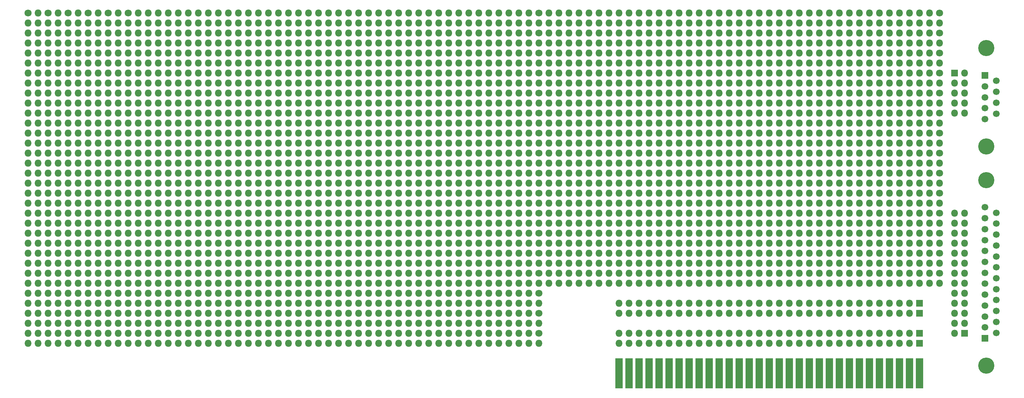
<source format=gbr>
%TF.GenerationSoftware,KiCad,Pcbnew,(5.1.6)-1*%
%TF.CreationDate,2020-12-12T21:33:40-06:00*%
%TF.ProjectId,ISA-Proto_20201212,4953412d-5072-46f7-946f-5f3230323031,rev?*%
%TF.SameCoordinates,Original*%
%TF.FileFunction,Soldermask,Top*%
%TF.FilePolarity,Negative*%
%FSLAX46Y46*%
G04 Gerber Fmt 4.6, Leading zero omitted, Abs format (unit mm)*
G04 Created by KiCad (PCBNEW (5.1.6)-1) date 2020-12-12 21:33:40*
%MOMM*%
%LPD*%
G01*
G04 APERTURE LIST*
%ADD10O,1.800000X1.800000*%
%ADD11R,1.800000X1.800000*%
%ADD12C,1.800000*%
%ADD13C,4.100000*%
%ADD14C,1.700000*%
%ADD15R,1.700000X1.700000*%
%ADD16R,1.880000X7.720000*%
G04 APERTURE END LIST*
D10*
%TO.C,REF\u002A\u002A*%
X261620000Y-78740000D03*
X259080000Y-78740000D03*
X261620000Y-76200000D03*
X259080000Y-76200000D03*
X261620000Y-73660000D03*
X259080000Y-73660000D03*
X261620000Y-71120000D03*
X259080000Y-71120000D03*
X261620000Y-68580000D03*
D11*
X259080000Y-68580000D03*
%TD*%
D10*
%TO.C,REF\u002A\u002A*%
X259080000Y-104140000D03*
X261620000Y-104140000D03*
X259080000Y-106680000D03*
X261620000Y-106680000D03*
X259080000Y-109220000D03*
X261620000Y-109220000D03*
X259080000Y-111760000D03*
X261620000Y-111760000D03*
X259080000Y-114300000D03*
X261620000Y-114300000D03*
X259080000Y-116840000D03*
X261620000Y-116840000D03*
X259080000Y-119380000D03*
X261620000Y-119380000D03*
X259080000Y-121920000D03*
X261620000Y-121920000D03*
X259080000Y-124460000D03*
X261620000Y-124460000D03*
X259080000Y-127000000D03*
X261620000Y-127000000D03*
X259080000Y-129540000D03*
X261620000Y-129540000D03*
X259080000Y-132080000D03*
X261620000Y-132080000D03*
X259080000Y-134620000D03*
D11*
X261620000Y-134620000D03*
%TD*%
D10*
%TO.C,REF\u002A\u002A*%
X54610000Y-101600000D03*
X54610000Y-99060000D03*
X57150000Y-101600000D03*
X57150000Y-99060000D03*
X59690000Y-101600000D03*
X59690000Y-99060000D03*
X62230000Y-101600000D03*
X62230000Y-99060000D03*
X64770000Y-101600000D03*
X64770000Y-99060000D03*
X67310000Y-101600000D03*
X67310000Y-99060000D03*
X69850000Y-101600000D03*
X69850000Y-99060000D03*
X72390000Y-101600000D03*
X72390000Y-99060000D03*
X74930000Y-101600000D03*
X74930000Y-99060000D03*
X77470000Y-101600000D03*
X77470000Y-99060000D03*
X80010000Y-101600000D03*
X80010000Y-99060000D03*
X82550000Y-101600000D03*
X82550000Y-99060000D03*
X85090000Y-101600000D03*
X85090000Y-99060000D03*
X87630000Y-101600000D03*
X87630000Y-99060000D03*
X90170000Y-101600000D03*
X90170000Y-99060000D03*
X92710000Y-101600000D03*
X92710000Y-99060000D03*
X95250000Y-101600000D03*
X95250000Y-99060000D03*
X97790000Y-101600000D03*
X97790000Y-99060000D03*
X100330000Y-101600000D03*
X100330000Y-99060000D03*
X102870000Y-101600000D03*
X102870000Y-99060000D03*
X105410000Y-101600000D03*
X105410000Y-99060000D03*
X107950000Y-101600000D03*
X107950000Y-99060000D03*
X110490000Y-101600000D03*
X110490000Y-99060000D03*
X113030000Y-101600000D03*
X113030000Y-99060000D03*
X115570000Y-101600000D03*
X115570000Y-99060000D03*
X118110000Y-101600000D03*
X118110000Y-99060000D03*
X120650000Y-101600000D03*
X120650000Y-99060000D03*
X123190000Y-101600000D03*
X123190000Y-99060000D03*
X125730000Y-101600000D03*
X125730000Y-99060000D03*
X128270000Y-101600000D03*
X128270000Y-99060000D03*
X130810000Y-101600000D03*
X130810000Y-99060000D03*
X133350000Y-101600000D03*
X133350000Y-99060000D03*
X135890000Y-101600000D03*
X135890000Y-99060000D03*
X138430000Y-101600000D03*
X138430000Y-99060000D03*
X140970000Y-101600000D03*
X140970000Y-99060000D03*
X143510000Y-101600000D03*
X143510000Y-99060000D03*
X146050000Y-101600000D03*
X146050000Y-99060000D03*
X148590000Y-101600000D03*
X148590000Y-99060000D03*
X151130000Y-101600000D03*
X151130000Y-99060000D03*
X153670000Y-101600000D03*
D12*
X153670000Y-99060000D03*
%TD*%
D10*
%TO.C,REF\u002A\u002A*%
X54610000Y-96520000D03*
X54610000Y-93980000D03*
X57150000Y-96520000D03*
X57150000Y-93980000D03*
X59690000Y-96520000D03*
X59690000Y-93980000D03*
X62230000Y-96520000D03*
X62230000Y-93980000D03*
X64770000Y-96520000D03*
X64770000Y-93980000D03*
X67310000Y-96520000D03*
X67310000Y-93980000D03*
X69850000Y-96520000D03*
X69850000Y-93980000D03*
X72390000Y-96520000D03*
X72390000Y-93980000D03*
X74930000Y-96520000D03*
X74930000Y-93980000D03*
X77470000Y-96520000D03*
X77470000Y-93980000D03*
X80010000Y-96520000D03*
X80010000Y-93980000D03*
X82550000Y-96520000D03*
X82550000Y-93980000D03*
X85090000Y-96520000D03*
X85090000Y-93980000D03*
X87630000Y-96520000D03*
X87630000Y-93980000D03*
X90170000Y-96520000D03*
X90170000Y-93980000D03*
X92710000Y-96520000D03*
X92710000Y-93980000D03*
X95250000Y-96520000D03*
X95250000Y-93980000D03*
X97790000Y-96520000D03*
X97790000Y-93980000D03*
X100330000Y-96520000D03*
X100330000Y-93980000D03*
X102870000Y-96520000D03*
X102870000Y-93980000D03*
X105410000Y-96520000D03*
X105410000Y-93980000D03*
X107950000Y-96520000D03*
X107950000Y-93980000D03*
X110490000Y-96520000D03*
X110490000Y-93980000D03*
X113030000Y-96520000D03*
X113030000Y-93980000D03*
X115570000Y-96520000D03*
X115570000Y-93980000D03*
X118110000Y-96520000D03*
X118110000Y-93980000D03*
X120650000Y-96520000D03*
X120650000Y-93980000D03*
X123190000Y-96520000D03*
X123190000Y-93980000D03*
X125730000Y-96520000D03*
X125730000Y-93980000D03*
X128270000Y-96520000D03*
X128270000Y-93980000D03*
X130810000Y-96520000D03*
X130810000Y-93980000D03*
X133350000Y-96520000D03*
X133350000Y-93980000D03*
X135890000Y-96520000D03*
X135890000Y-93980000D03*
X138430000Y-96520000D03*
X138430000Y-93980000D03*
X140970000Y-96520000D03*
X140970000Y-93980000D03*
X143510000Y-96520000D03*
X143510000Y-93980000D03*
X146050000Y-96520000D03*
X146050000Y-93980000D03*
X148590000Y-96520000D03*
X148590000Y-93980000D03*
X151130000Y-96520000D03*
X151130000Y-93980000D03*
X153670000Y-96520000D03*
D12*
X153670000Y-93980000D03*
%TD*%
D10*
%TO.C,REF\u002A\u002A*%
X54610000Y-116840000D03*
X54610000Y-114300000D03*
X57150000Y-116840000D03*
X57150000Y-114300000D03*
X59690000Y-116840000D03*
X59690000Y-114300000D03*
X62230000Y-116840000D03*
X62230000Y-114300000D03*
X64770000Y-116840000D03*
X64770000Y-114300000D03*
X67310000Y-116840000D03*
X67310000Y-114300000D03*
X69850000Y-116840000D03*
X69850000Y-114300000D03*
X72390000Y-116840000D03*
X72390000Y-114300000D03*
X74930000Y-116840000D03*
X74930000Y-114300000D03*
X77470000Y-116840000D03*
X77470000Y-114300000D03*
X80010000Y-116840000D03*
X80010000Y-114300000D03*
X82550000Y-116840000D03*
X82550000Y-114300000D03*
X85090000Y-116840000D03*
X85090000Y-114300000D03*
X87630000Y-116840000D03*
X87630000Y-114300000D03*
X90170000Y-116840000D03*
X90170000Y-114300000D03*
X92710000Y-116840000D03*
X92710000Y-114300000D03*
X95250000Y-116840000D03*
X95250000Y-114300000D03*
X97790000Y-116840000D03*
X97790000Y-114300000D03*
X100330000Y-116840000D03*
X100330000Y-114300000D03*
X102870000Y-116840000D03*
X102870000Y-114300000D03*
X105410000Y-116840000D03*
X105410000Y-114300000D03*
X107950000Y-116840000D03*
X107950000Y-114300000D03*
X110490000Y-116840000D03*
X110490000Y-114300000D03*
X113030000Y-116840000D03*
X113030000Y-114300000D03*
X115570000Y-116840000D03*
X115570000Y-114300000D03*
X118110000Y-116840000D03*
X118110000Y-114300000D03*
X120650000Y-116840000D03*
X120650000Y-114300000D03*
X123190000Y-116840000D03*
X123190000Y-114300000D03*
X125730000Y-116840000D03*
X125730000Y-114300000D03*
X128270000Y-116840000D03*
X128270000Y-114300000D03*
X130810000Y-116840000D03*
X130810000Y-114300000D03*
X133350000Y-116840000D03*
X133350000Y-114300000D03*
X135890000Y-116840000D03*
X135890000Y-114300000D03*
X138430000Y-116840000D03*
X138430000Y-114300000D03*
X140970000Y-116840000D03*
X140970000Y-114300000D03*
X143510000Y-116840000D03*
X143510000Y-114300000D03*
X146050000Y-116840000D03*
X146050000Y-114300000D03*
X148590000Y-116840000D03*
X148590000Y-114300000D03*
X151130000Y-116840000D03*
X151130000Y-114300000D03*
X153670000Y-116840000D03*
D12*
X153670000Y-114300000D03*
%TD*%
D10*
%TO.C,REF\u002A\u002A*%
X54610000Y-55880000D03*
X54610000Y-53340000D03*
X57150000Y-55880000D03*
X57150000Y-53340000D03*
X59690000Y-55880000D03*
X59690000Y-53340000D03*
X62230000Y-55880000D03*
X62230000Y-53340000D03*
X64770000Y-55880000D03*
X64770000Y-53340000D03*
X67310000Y-55880000D03*
X67310000Y-53340000D03*
X69850000Y-55880000D03*
X69850000Y-53340000D03*
X72390000Y-55880000D03*
X72390000Y-53340000D03*
X74930000Y-55880000D03*
X74930000Y-53340000D03*
X77470000Y-55880000D03*
X77470000Y-53340000D03*
X80010000Y-55880000D03*
X80010000Y-53340000D03*
X82550000Y-55880000D03*
X82550000Y-53340000D03*
X85090000Y-55880000D03*
X85090000Y-53340000D03*
X87630000Y-55880000D03*
X87630000Y-53340000D03*
X90170000Y-55880000D03*
X90170000Y-53340000D03*
X92710000Y-55880000D03*
X92710000Y-53340000D03*
X95250000Y-55880000D03*
X95250000Y-53340000D03*
X97790000Y-55880000D03*
X97790000Y-53340000D03*
X100330000Y-55880000D03*
X100330000Y-53340000D03*
X102870000Y-55880000D03*
X102870000Y-53340000D03*
X105410000Y-55880000D03*
X105410000Y-53340000D03*
X107950000Y-55880000D03*
X107950000Y-53340000D03*
X110490000Y-55880000D03*
X110490000Y-53340000D03*
X113030000Y-55880000D03*
X113030000Y-53340000D03*
X115570000Y-55880000D03*
X115570000Y-53340000D03*
X118110000Y-55880000D03*
X118110000Y-53340000D03*
X120650000Y-55880000D03*
X120650000Y-53340000D03*
X123190000Y-55880000D03*
X123190000Y-53340000D03*
X125730000Y-55880000D03*
X125730000Y-53340000D03*
X128270000Y-55880000D03*
X128270000Y-53340000D03*
X130810000Y-55880000D03*
X130810000Y-53340000D03*
X133350000Y-55880000D03*
X133350000Y-53340000D03*
X135890000Y-55880000D03*
X135890000Y-53340000D03*
X138430000Y-55880000D03*
X138430000Y-53340000D03*
X140970000Y-55880000D03*
X140970000Y-53340000D03*
X143510000Y-55880000D03*
X143510000Y-53340000D03*
X146050000Y-55880000D03*
X146050000Y-53340000D03*
X148590000Y-55880000D03*
X148590000Y-53340000D03*
X151130000Y-55880000D03*
X151130000Y-53340000D03*
X153670000Y-55880000D03*
D12*
X153670000Y-53340000D03*
%TD*%
D10*
%TO.C,REF\u002A\u002A*%
X54610000Y-60960000D03*
X54610000Y-58420000D03*
X57150000Y-60960000D03*
X57150000Y-58420000D03*
X59690000Y-60960000D03*
X59690000Y-58420000D03*
X62230000Y-60960000D03*
X62230000Y-58420000D03*
X64770000Y-60960000D03*
X64770000Y-58420000D03*
X67310000Y-60960000D03*
X67310000Y-58420000D03*
X69850000Y-60960000D03*
X69850000Y-58420000D03*
X72390000Y-60960000D03*
X72390000Y-58420000D03*
X74930000Y-60960000D03*
X74930000Y-58420000D03*
X77470000Y-60960000D03*
X77470000Y-58420000D03*
X80010000Y-60960000D03*
X80010000Y-58420000D03*
X82550000Y-60960000D03*
X82550000Y-58420000D03*
X85090000Y-60960000D03*
X85090000Y-58420000D03*
X87630000Y-60960000D03*
X87630000Y-58420000D03*
X90170000Y-60960000D03*
X90170000Y-58420000D03*
X92710000Y-60960000D03*
X92710000Y-58420000D03*
X95250000Y-60960000D03*
X95250000Y-58420000D03*
X97790000Y-60960000D03*
X97790000Y-58420000D03*
X100330000Y-60960000D03*
X100330000Y-58420000D03*
X102870000Y-60960000D03*
X102870000Y-58420000D03*
X105410000Y-60960000D03*
X105410000Y-58420000D03*
X107950000Y-60960000D03*
X107950000Y-58420000D03*
X110490000Y-60960000D03*
X110490000Y-58420000D03*
X113030000Y-60960000D03*
X113030000Y-58420000D03*
X115570000Y-60960000D03*
X115570000Y-58420000D03*
X118110000Y-60960000D03*
X118110000Y-58420000D03*
X120650000Y-60960000D03*
X120650000Y-58420000D03*
X123190000Y-60960000D03*
X123190000Y-58420000D03*
X125730000Y-60960000D03*
X125730000Y-58420000D03*
X128270000Y-60960000D03*
X128270000Y-58420000D03*
X130810000Y-60960000D03*
X130810000Y-58420000D03*
X133350000Y-60960000D03*
X133350000Y-58420000D03*
X135890000Y-60960000D03*
X135890000Y-58420000D03*
X138430000Y-60960000D03*
X138430000Y-58420000D03*
X140970000Y-60960000D03*
X140970000Y-58420000D03*
X143510000Y-60960000D03*
X143510000Y-58420000D03*
X146050000Y-60960000D03*
X146050000Y-58420000D03*
X148590000Y-60960000D03*
X148590000Y-58420000D03*
X151130000Y-60960000D03*
X151130000Y-58420000D03*
X153670000Y-60960000D03*
D12*
X153670000Y-58420000D03*
%TD*%
%TO.C,REF\u002A\u002A*%
X153670000Y-73660000D03*
D10*
X153670000Y-76200000D03*
X151130000Y-73660000D03*
X151130000Y-76200000D03*
X148590000Y-73660000D03*
X148590000Y-76200000D03*
X146050000Y-73660000D03*
X146050000Y-76200000D03*
X143510000Y-73660000D03*
X143510000Y-76200000D03*
X140970000Y-73660000D03*
X140970000Y-76200000D03*
X138430000Y-73660000D03*
X138430000Y-76200000D03*
X135890000Y-73660000D03*
X135890000Y-76200000D03*
X133350000Y-73660000D03*
X133350000Y-76200000D03*
X130810000Y-73660000D03*
X130810000Y-76200000D03*
X128270000Y-73660000D03*
X128270000Y-76200000D03*
X125730000Y-73660000D03*
X125730000Y-76200000D03*
X123190000Y-73660000D03*
X123190000Y-76200000D03*
X120650000Y-73660000D03*
X120650000Y-76200000D03*
X118110000Y-73660000D03*
X118110000Y-76200000D03*
X115570000Y-73660000D03*
X115570000Y-76200000D03*
X113030000Y-73660000D03*
X113030000Y-76200000D03*
X110490000Y-73660000D03*
X110490000Y-76200000D03*
X107950000Y-73660000D03*
X107950000Y-76200000D03*
X105410000Y-73660000D03*
X105410000Y-76200000D03*
X102870000Y-73660000D03*
X102870000Y-76200000D03*
X100330000Y-73660000D03*
X100330000Y-76200000D03*
X97790000Y-73660000D03*
X97790000Y-76200000D03*
X95250000Y-73660000D03*
X95250000Y-76200000D03*
X92710000Y-73660000D03*
X92710000Y-76200000D03*
X90170000Y-73660000D03*
X90170000Y-76200000D03*
X87630000Y-73660000D03*
X87630000Y-76200000D03*
X85090000Y-73660000D03*
X85090000Y-76200000D03*
X82550000Y-73660000D03*
X82550000Y-76200000D03*
X80010000Y-73660000D03*
X80010000Y-76200000D03*
X77470000Y-73660000D03*
X77470000Y-76200000D03*
X74930000Y-73660000D03*
X74930000Y-76200000D03*
X72390000Y-73660000D03*
X72390000Y-76200000D03*
X69850000Y-73660000D03*
X69850000Y-76200000D03*
X67310000Y-73660000D03*
X67310000Y-76200000D03*
X64770000Y-73660000D03*
X64770000Y-76200000D03*
X62230000Y-73660000D03*
X62230000Y-76200000D03*
X59690000Y-73660000D03*
X59690000Y-76200000D03*
X57150000Y-73660000D03*
X57150000Y-76200000D03*
X54610000Y-73660000D03*
X54610000Y-76200000D03*
%TD*%
D12*
%TO.C,REF\u002A\u002A*%
X153670000Y-63500000D03*
D10*
X153670000Y-66040000D03*
X151130000Y-63500000D03*
X151130000Y-66040000D03*
X148590000Y-63500000D03*
X148590000Y-66040000D03*
X146050000Y-63500000D03*
X146050000Y-66040000D03*
X143510000Y-63500000D03*
X143510000Y-66040000D03*
X140970000Y-63500000D03*
X140970000Y-66040000D03*
X138430000Y-63500000D03*
X138430000Y-66040000D03*
X135890000Y-63500000D03*
X135890000Y-66040000D03*
X133350000Y-63500000D03*
X133350000Y-66040000D03*
X130810000Y-63500000D03*
X130810000Y-66040000D03*
X128270000Y-63500000D03*
X128270000Y-66040000D03*
X125730000Y-63500000D03*
X125730000Y-66040000D03*
X123190000Y-63500000D03*
X123190000Y-66040000D03*
X120650000Y-63500000D03*
X120650000Y-66040000D03*
X118110000Y-63500000D03*
X118110000Y-66040000D03*
X115570000Y-63500000D03*
X115570000Y-66040000D03*
X113030000Y-63500000D03*
X113030000Y-66040000D03*
X110490000Y-63500000D03*
X110490000Y-66040000D03*
X107950000Y-63500000D03*
X107950000Y-66040000D03*
X105410000Y-63500000D03*
X105410000Y-66040000D03*
X102870000Y-63500000D03*
X102870000Y-66040000D03*
X100330000Y-63500000D03*
X100330000Y-66040000D03*
X97790000Y-63500000D03*
X97790000Y-66040000D03*
X95250000Y-63500000D03*
X95250000Y-66040000D03*
X92710000Y-63500000D03*
X92710000Y-66040000D03*
X90170000Y-63500000D03*
X90170000Y-66040000D03*
X87630000Y-63500000D03*
X87630000Y-66040000D03*
X85090000Y-63500000D03*
X85090000Y-66040000D03*
X82550000Y-63500000D03*
X82550000Y-66040000D03*
X80010000Y-63500000D03*
X80010000Y-66040000D03*
X77470000Y-63500000D03*
X77470000Y-66040000D03*
X74930000Y-63500000D03*
X74930000Y-66040000D03*
X72390000Y-63500000D03*
X72390000Y-66040000D03*
X69850000Y-63500000D03*
X69850000Y-66040000D03*
X67310000Y-63500000D03*
X67310000Y-66040000D03*
X64770000Y-63500000D03*
X64770000Y-66040000D03*
X62230000Y-63500000D03*
X62230000Y-66040000D03*
X59690000Y-63500000D03*
X59690000Y-66040000D03*
X57150000Y-63500000D03*
X57150000Y-66040000D03*
X54610000Y-63500000D03*
X54610000Y-66040000D03*
%TD*%
%TO.C,REF\u002A\u002A*%
X54610000Y-111760000D03*
X54610000Y-109220000D03*
X57150000Y-111760000D03*
X57150000Y-109220000D03*
X59690000Y-111760000D03*
X59690000Y-109220000D03*
X62230000Y-111760000D03*
X62230000Y-109220000D03*
X64770000Y-111760000D03*
X64770000Y-109220000D03*
X67310000Y-111760000D03*
X67310000Y-109220000D03*
X69850000Y-111760000D03*
X69850000Y-109220000D03*
X72390000Y-111760000D03*
X72390000Y-109220000D03*
X74930000Y-111760000D03*
X74930000Y-109220000D03*
X77470000Y-111760000D03*
X77470000Y-109220000D03*
X80010000Y-111760000D03*
X80010000Y-109220000D03*
X82550000Y-111760000D03*
X82550000Y-109220000D03*
X85090000Y-111760000D03*
X85090000Y-109220000D03*
X87630000Y-111760000D03*
X87630000Y-109220000D03*
X90170000Y-111760000D03*
X90170000Y-109220000D03*
X92710000Y-111760000D03*
X92710000Y-109220000D03*
X95250000Y-111760000D03*
X95250000Y-109220000D03*
X97790000Y-111760000D03*
X97790000Y-109220000D03*
X100330000Y-111760000D03*
X100330000Y-109220000D03*
X102870000Y-111760000D03*
X102870000Y-109220000D03*
X105410000Y-111760000D03*
X105410000Y-109220000D03*
X107950000Y-111760000D03*
X107950000Y-109220000D03*
X110490000Y-111760000D03*
X110490000Y-109220000D03*
X113030000Y-111760000D03*
X113030000Y-109220000D03*
X115570000Y-111760000D03*
X115570000Y-109220000D03*
X118110000Y-111760000D03*
X118110000Y-109220000D03*
X120650000Y-111760000D03*
X120650000Y-109220000D03*
X123190000Y-111760000D03*
X123190000Y-109220000D03*
X125730000Y-111760000D03*
X125730000Y-109220000D03*
X128270000Y-111760000D03*
X128270000Y-109220000D03*
X130810000Y-111760000D03*
X130810000Y-109220000D03*
X133350000Y-111760000D03*
X133350000Y-109220000D03*
X135890000Y-111760000D03*
X135890000Y-109220000D03*
X138430000Y-111760000D03*
X138430000Y-109220000D03*
X140970000Y-111760000D03*
X140970000Y-109220000D03*
X143510000Y-111760000D03*
X143510000Y-109220000D03*
X146050000Y-111760000D03*
X146050000Y-109220000D03*
X148590000Y-111760000D03*
X148590000Y-109220000D03*
X151130000Y-111760000D03*
X151130000Y-109220000D03*
X153670000Y-111760000D03*
D12*
X153670000Y-109220000D03*
%TD*%
%TO.C,REF\u002A\u002A*%
X153670000Y-68580000D03*
D10*
X153670000Y-71120000D03*
X151130000Y-68580000D03*
X151130000Y-71120000D03*
X148590000Y-68580000D03*
X148590000Y-71120000D03*
X146050000Y-68580000D03*
X146050000Y-71120000D03*
X143510000Y-68580000D03*
X143510000Y-71120000D03*
X140970000Y-68580000D03*
X140970000Y-71120000D03*
X138430000Y-68580000D03*
X138430000Y-71120000D03*
X135890000Y-68580000D03*
X135890000Y-71120000D03*
X133350000Y-68580000D03*
X133350000Y-71120000D03*
X130810000Y-68580000D03*
X130810000Y-71120000D03*
X128270000Y-68580000D03*
X128270000Y-71120000D03*
X125730000Y-68580000D03*
X125730000Y-71120000D03*
X123190000Y-68580000D03*
X123190000Y-71120000D03*
X120650000Y-68580000D03*
X120650000Y-71120000D03*
X118110000Y-68580000D03*
X118110000Y-71120000D03*
X115570000Y-68580000D03*
X115570000Y-71120000D03*
X113030000Y-68580000D03*
X113030000Y-71120000D03*
X110490000Y-68580000D03*
X110490000Y-71120000D03*
X107950000Y-68580000D03*
X107950000Y-71120000D03*
X105410000Y-68580000D03*
X105410000Y-71120000D03*
X102870000Y-68580000D03*
X102870000Y-71120000D03*
X100330000Y-68580000D03*
X100330000Y-71120000D03*
X97790000Y-68580000D03*
X97790000Y-71120000D03*
X95250000Y-68580000D03*
X95250000Y-71120000D03*
X92710000Y-68580000D03*
X92710000Y-71120000D03*
X90170000Y-68580000D03*
X90170000Y-71120000D03*
X87630000Y-68580000D03*
X87630000Y-71120000D03*
X85090000Y-68580000D03*
X85090000Y-71120000D03*
X82550000Y-68580000D03*
X82550000Y-71120000D03*
X80010000Y-68580000D03*
X80010000Y-71120000D03*
X77470000Y-68580000D03*
X77470000Y-71120000D03*
X74930000Y-68580000D03*
X74930000Y-71120000D03*
X72390000Y-68580000D03*
X72390000Y-71120000D03*
X69850000Y-68580000D03*
X69850000Y-71120000D03*
X67310000Y-68580000D03*
X67310000Y-71120000D03*
X64770000Y-68580000D03*
X64770000Y-71120000D03*
X62230000Y-68580000D03*
X62230000Y-71120000D03*
X59690000Y-68580000D03*
X59690000Y-71120000D03*
X57150000Y-68580000D03*
X57150000Y-71120000D03*
X54610000Y-68580000D03*
X54610000Y-71120000D03*
%TD*%
D12*
%TO.C,REF\u002A\u002A*%
X153670000Y-83820000D03*
D10*
X153670000Y-86360000D03*
X151130000Y-83820000D03*
X151130000Y-86360000D03*
X148590000Y-83820000D03*
X148590000Y-86360000D03*
X146050000Y-83820000D03*
X146050000Y-86360000D03*
X143510000Y-83820000D03*
X143510000Y-86360000D03*
X140970000Y-83820000D03*
X140970000Y-86360000D03*
X138430000Y-83820000D03*
X138430000Y-86360000D03*
X135890000Y-83820000D03*
X135890000Y-86360000D03*
X133350000Y-83820000D03*
X133350000Y-86360000D03*
X130810000Y-83820000D03*
X130810000Y-86360000D03*
X128270000Y-83820000D03*
X128270000Y-86360000D03*
X125730000Y-83820000D03*
X125730000Y-86360000D03*
X123190000Y-83820000D03*
X123190000Y-86360000D03*
X120650000Y-83820000D03*
X120650000Y-86360000D03*
X118110000Y-83820000D03*
X118110000Y-86360000D03*
X115570000Y-83820000D03*
X115570000Y-86360000D03*
X113030000Y-83820000D03*
X113030000Y-86360000D03*
X110490000Y-83820000D03*
X110490000Y-86360000D03*
X107950000Y-83820000D03*
X107950000Y-86360000D03*
X105410000Y-83820000D03*
X105410000Y-86360000D03*
X102870000Y-83820000D03*
X102870000Y-86360000D03*
X100330000Y-83820000D03*
X100330000Y-86360000D03*
X97790000Y-83820000D03*
X97790000Y-86360000D03*
X95250000Y-83820000D03*
X95250000Y-86360000D03*
X92710000Y-83820000D03*
X92710000Y-86360000D03*
X90170000Y-83820000D03*
X90170000Y-86360000D03*
X87630000Y-83820000D03*
X87630000Y-86360000D03*
X85090000Y-83820000D03*
X85090000Y-86360000D03*
X82550000Y-83820000D03*
X82550000Y-86360000D03*
X80010000Y-83820000D03*
X80010000Y-86360000D03*
X77470000Y-83820000D03*
X77470000Y-86360000D03*
X74930000Y-83820000D03*
X74930000Y-86360000D03*
X72390000Y-83820000D03*
X72390000Y-86360000D03*
X69850000Y-83820000D03*
X69850000Y-86360000D03*
X67310000Y-83820000D03*
X67310000Y-86360000D03*
X64770000Y-83820000D03*
X64770000Y-86360000D03*
X62230000Y-83820000D03*
X62230000Y-86360000D03*
X59690000Y-83820000D03*
X59690000Y-86360000D03*
X57150000Y-83820000D03*
X57150000Y-86360000D03*
X54610000Y-83820000D03*
X54610000Y-86360000D03*
%TD*%
D12*
%TO.C,REF\u002A\u002A*%
X153670000Y-78740000D03*
D10*
X153670000Y-81280000D03*
X151130000Y-78740000D03*
X151130000Y-81280000D03*
X148590000Y-78740000D03*
X148590000Y-81280000D03*
X146050000Y-78740000D03*
X146050000Y-81280000D03*
X143510000Y-78740000D03*
X143510000Y-81280000D03*
X140970000Y-78740000D03*
X140970000Y-81280000D03*
X138430000Y-78740000D03*
X138430000Y-81280000D03*
X135890000Y-78740000D03*
X135890000Y-81280000D03*
X133350000Y-78740000D03*
X133350000Y-81280000D03*
X130810000Y-78740000D03*
X130810000Y-81280000D03*
X128270000Y-78740000D03*
X128270000Y-81280000D03*
X125730000Y-78740000D03*
X125730000Y-81280000D03*
X123190000Y-78740000D03*
X123190000Y-81280000D03*
X120650000Y-78740000D03*
X120650000Y-81280000D03*
X118110000Y-78740000D03*
X118110000Y-81280000D03*
X115570000Y-78740000D03*
X115570000Y-81280000D03*
X113030000Y-78740000D03*
X113030000Y-81280000D03*
X110490000Y-78740000D03*
X110490000Y-81280000D03*
X107950000Y-78740000D03*
X107950000Y-81280000D03*
X105410000Y-78740000D03*
X105410000Y-81280000D03*
X102870000Y-78740000D03*
X102870000Y-81280000D03*
X100330000Y-78740000D03*
X100330000Y-81280000D03*
X97790000Y-78740000D03*
X97790000Y-81280000D03*
X95250000Y-78740000D03*
X95250000Y-81280000D03*
X92710000Y-78740000D03*
X92710000Y-81280000D03*
X90170000Y-78740000D03*
X90170000Y-81280000D03*
X87630000Y-78740000D03*
X87630000Y-81280000D03*
X85090000Y-78740000D03*
X85090000Y-81280000D03*
X82550000Y-78740000D03*
X82550000Y-81280000D03*
X80010000Y-78740000D03*
X80010000Y-81280000D03*
X77470000Y-78740000D03*
X77470000Y-81280000D03*
X74930000Y-78740000D03*
X74930000Y-81280000D03*
X72390000Y-78740000D03*
X72390000Y-81280000D03*
X69850000Y-78740000D03*
X69850000Y-81280000D03*
X67310000Y-78740000D03*
X67310000Y-81280000D03*
X64770000Y-78740000D03*
X64770000Y-81280000D03*
X62230000Y-78740000D03*
X62230000Y-81280000D03*
X59690000Y-78740000D03*
X59690000Y-81280000D03*
X57150000Y-78740000D03*
X57150000Y-81280000D03*
X54610000Y-78740000D03*
X54610000Y-81280000D03*
%TD*%
%TO.C,REF\u002A\u002A*%
X54610000Y-106680000D03*
X54610000Y-104140000D03*
X57150000Y-106680000D03*
X57150000Y-104140000D03*
X59690000Y-106680000D03*
X59690000Y-104140000D03*
X62230000Y-106680000D03*
X62230000Y-104140000D03*
X64770000Y-106680000D03*
X64770000Y-104140000D03*
X67310000Y-106680000D03*
X67310000Y-104140000D03*
X69850000Y-106680000D03*
X69850000Y-104140000D03*
X72390000Y-106680000D03*
X72390000Y-104140000D03*
X74930000Y-106680000D03*
X74930000Y-104140000D03*
X77470000Y-106680000D03*
X77470000Y-104140000D03*
X80010000Y-106680000D03*
X80010000Y-104140000D03*
X82550000Y-106680000D03*
X82550000Y-104140000D03*
X85090000Y-106680000D03*
X85090000Y-104140000D03*
X87630000Y-106680000D03*
X87630000Y-104140000D03*
X90170000Y-106680000D03*
X90170000Y-104140000D03*
X92710000Y-106680000D03*
X92710000Y-104140000D03*
X95250000Y-106680000D03*
X95250000Y-104140000D03*
X97790000Y-106680000D03*
X97790000Y-104140000D03*
X100330000Y-106680000D03*
X100330000Y-104140000D03*
X102870000Y-106680000D03*
X102870000Y-104140000D03*
X105410000Y-106680000D03*
X105410000Y-104140000D03*
X107950000Y-106680000D03*
X107950000Y-104140000D03*
X110490000Y-106680000D03*
X110490000Y-104140000D03*
X113030000Y-106680000D03*
X113030000Y-104140000D03*
X115570000Y-106680000D03*
X115570000Y-104140000D03*
X118110000Y-106680000D03*
X118110000Y-104140000D03*
X120650000Y-106680000D03*
X120650000Y-104140000D03*
X123190000Y-106680000D03*
X123190000Y-104140000D03*
X125730000Y-106680000D03*
X125730000Y-104140000D03*
X128270000Y-106680000D03*
X128270000Y-104140000D03*
X130810000Y-106680000D03*
X130810000Y-104140000D03*
X133350000Y-106680000D03*
X133350000Y-104140000D03*
X135890000Y-106680000D03*
X135890000Y-104140000D03*
X138430000Y-106680000D03*
X138430000Y-104140000D03*
X140970000Y-106680000D03*
X140970000Y-104140000D03*
X143510000Y-106680000D03*
X143510000Y-104140000D03*
X146050000Y-106680000D03*
X146050000Y-104140000D03*
X148590000Y-106680000D03*
X148590000Y-104140000D03*
X151130000Y-106680000D03*
X151130000Y-104140000D03*
X153670000Y-106680000D03*
D12*
X153670000Y-104140000D03*
%TD*%
D10*
%TO.C,REF\u002A\u002A*%
X54610000Y-121920000D03*
X54610000Y-119380000D03*
X57150000Y-121920000D03*
X57150000Y-119380000D03*
X59690000Y-121920000D03*
X59690000Y-119380000D03*
X62230000Y-121920000D03*
X62230000Y-119380000D03*
X64770000Y-121920000D03*
X64770000Y-119380000D03*
X67310000Y-121920000D03*
X67310000Y-119380000D03*
X69850000Y-121920000D03*
X69850000Y-119380000D03*
X72390000Y-121920000D03*
X72390000Y-119380000D03*
X74930000Y-121920000D03*
X74930000Y-119380000D03*
X77470000Y-121920000D03*
X77470000Y-119380000D03*
X80010000Y-121920000D03*
X80010000Y-119380000D03*
X82550000Y-121920000D03*
X82550000Y-119380000D03*
X85090000Y-121920000D03*
X85090000Y-119380000D03*
X87630000Y-121920000D03*
X87630000Y-119380000D03*
X90170000Y-121920000D03*
X90170000Y-119380000D03*
X92710000Y-121920000D03*
X92710000Y-119380000D03*
X95250000Y-121920000D03*
X95250000Y-119380000D03*
X97790000Y-121920000D03*
X97790000Y-119380000D03*
X100330000Y-121920000D03*
X100330000Y-119380000D03*
X102870000Y-121920000D03*
X102870000Y-119380000D03*
X105410000Y-121920000D03*
X105410000Y-119380000D03*
X107950000Y-121920000D03*
X107950000Y-119380000D03*
X110490000Y-121920000D03*
X110490000Y-119380000D03*
X113030000Y-121920000D03*
X113030000Y-119380000D03*
X115570000Y-121920000D03*
X115570000Y-119380000D03*
X118110000Y-121920000D03*
X118110000Y-119380000D03*
X120650000Y-121920000D03*
X120650000Y-119380000D03*
X123190000Y-121920000D03*
X123190000Y-119380000D03*
X125730000Y-121920000D03*
X125730000Y-119380000D03*
X128270000Y-121920000D03*
X128270000Y-119380000D03*
X130810000Y-121920000D03*
X130810000Y-119380000D03*
X133350000Y-121920000D03*
X133350000Y-119380000D03*
X135890000Y-121920000D03*
X135890000Y-119380000D03*
X138430000Y-121920000D03*
X138430000Y-119380000D03*
X140970000Y-121920000D03*
X140970000Y-119380000D03*
X143510000Y-121920000D03*
X143510000Y-119380000D03*
X146050000Y-121920000D03*
X146050000Y-119380000D03*
X148590000Y-121920000D03*
X148590000Y-119380000D03*
X151130000Y-121920000D03*
X151130000Y-119380000D03*
X153670000Y-121920000D03*
D12*
X153670000Y-119380000D03*
%TD*%
%TO.C,REF\u002A\u002A*%
X153670000Y-88900000D03*
D10*
X153670000Y-91440000D03*
X151130000Y-88900000D03*
X151130000Y-91440000D03*
X148590000Y-88900000D03*
X148590000Y-91440000D03*
X146050000Y-88900000D03*
X146050000Y-91440000D03*
X143510000Y-88900000D03*
X143510000Y-91440000D03*
X140970000Y-88900000D03*
X140970000Y-91440000D03*
X138430000Y-88900000D03*
X138430000Y-91440000D03*
X135890000Y-88900000D03*
X135890000Y-91440000D03*
X133350000Y-88900000D03*
X133350000Y-91440000D03*
X130810000Y-88900000D03*
X130810000Y-91440000D03*
X128270000Y-88900000D03*
X128270000Y-91440000D03*
X125730000Y-88900000D03*
X125730000Y-91440000D03*
X123190000Y-88900000D03*
X123190000Y-91440000D03*
X120650000Y-88900000D03*
X120650000Y-91440000D03*
X118110000Y-88900000D03*
X118110000Y-91440000D03*
X115570000Y-88900000D03*
X115570000Y-91440000D03*
X113030000Y-88900000D03*
X113030000Y-91440000D03*
X110490000Y-88900000D03*
X110490000Y-91440000D03*
X107950000Y-88900000D03*
X107950000Y-91440000D03*
X105410000Y-88900000D03*
X105410000Y-91440000D03*
X102870000Y-88900000D03*
X102870000Y-91440000D03*
X100330000Y-88900000D03*
X100330000Y-91440000D03*
X97790000Y-88900000D03*
X97790000Y-91440000D03*
X95250000Y-88900000D03*
X95250000Y-91440000D03*
X92710000Y-88900000D03*
X92710000Y-91440000D03*
X90170000Y-88900000D03*
X90170000Y-91440000D03*
X87630000Y-88900000D03*
X87630000Y-91440000D03*
X85090000Y-88900000D03*
X85090000Y-91440000D03*
X82550000Y-88900000D03*
X82550000Y-91440000D03*
X80010000Y-88900000D03*
X80010000Y-91440000D03*
X77470000Y-88900000D03*
X77470000Y-91440000D03*
X74930000Y-88900000D03*
X74930000Y-91440000D03*
X72390000Y-88900000D03*
X72390000Y-91440000D03*
X69850000Y-88900000D03*
X69850000Y-91440000D03*
X67310000Y-88900000D03*
X67310000Y-91440000D03*
X64770000Y-88900000D03*
X64770000Y-91440000D03*
X62230000Y-88900000D03*
X62230000Y-91440000D03*
X59690000Y-88900000D03*
X59690000Y-91440000D03*
X57150000Y-88900000D03*
X57150000Y-91440000D03*
X54610000Y-88900000D03*
X54610000Y-91440000D03*
%TD*%
D13*
%TO.C,REF\u002A\u002A*%
X267127000Y-62224000D03*
X267127000Y-87224000D03*
D14*
X269667000Y-78879000D03*
X269667000Y-76109000D03*
X269667000Y-73339000D03*
X269667000Y-70569000D03*
X266827000Y-80264000D03*
X266827000Y-77494000D03*
X266827000Y-74724000D03*
X266827000Y-71954000D03*
D15*
X266827000Y-69184000D03*
%TD*%
D13*
%TO.C,REF\u002A\u002A*%
X267144500Y-95720000D03*
X267144500Y-142820000D03*
D14*
X269684500Y-104035000D03*
X269684500Y-106805000D03*
X269684500Y-109575000D03*
X269684500Y-112345000D03*
X269684500Y-115115000D03*
X269684500Y-117885000D03*
X269684500Y-120655000D03*
X269684500Y-123425000D03*
X269684500Y-126195000D03*
X269684500Y-128965000D03*
X269684500Y-131735000D03*
X269684500Y-134505000D03*
X266844500Y-102650000D03*
X266844500Y-105420000D03*
X266844500Y-108190000D03*
X266844500Y-110960000D03*
X266844500Y-113730000D03*
X266844500Y-116500000D03*
X266844500Y-119270000D03*
X266844500Y-122040000D03*
X266844500Y-124810000D03*
X266844500Y-127580000D03*
X266844500Y-130350000D03*
X266844500Y-133120000D03*
D15*
X266844500Y-135890000D03*
%TD*%
D12*
%TO.C,REF\u002A\u002A*%
X24130000Y-53340000D03*
D10*
X26670000Y-53340000D03*
X24130000Y-55880000D03*
X26670000Y-55880000D03*
X24130000Y-58420000D03*
X26670000Y-58420000D03*
X24130000Y-60960000D03*
X26670000Y-60960000D03*
X24130000Y-63500000D03*
X26670000Y-63500000D03*
X24130000Y-66040000D03*
X26670000Y-66040000D03*
X24130000Y-68580000D03*
X26670000Y-68580000D03*
X24130000Y-71120000D03*
X26670000Y-71120000D03*
X24130000Y-73660000D03*
X26670000Y-73660000D03*
X24130000Y-76200000D03*
X26670000Y-76200000D03*
X24130000Y-78740000D03*
X26670000Y-78740000D03*
X24130000Y-81280000D03*
X26670000Y-81280000D03*
X24130000Y-83820000D03*
X26670000Y-83820000D03*
X24130000Y-86360000D03*
X26670000Y-86360000D03*
X24130000Y-88900000D03*
X26670000Y-88900000D03*
X24130000Y-91440000D03*
X26670000Y-91440000D03*
X24130000Y-93980000D03*
X26670000Y-93980000D03*
X24130000Y-96520000D03*
X26670000Y-96520000D03*
X24130000Y-99060000D03*
X26670000Y-99060000D03*
X24130000Y-101600000D03*
X26670000Y-101600000D03*
X24130000Y-104140000D03*
X26670000Y-104140000D03*
X24130000Y-106680000D03*
X26670000Y-106680000D03*
X24130000Y-109220000D03*
X26670000Y-109220000D03*
X24130000Y-111760000D03*
X26670000Y-111760000D03*
X24130000Y-114300000D03*
X26670000Y-114300000D03*
X24130000Y-116840000D03*
X26670000Y-116840000D03*
X24130000Y-119380000D03*
X26670000Y-119380000D03*
X24130000Y-121920000D03*
X26670000Y-121920000D03*
X24130000Y-124460000D03*
X26670000Y-124460000D03*
X24130000Y-127000000D03*
X26670000Y-127000000D03*
X24130000Y-129540000D03*
X26670000Y-129540000D03*
X24130000Y-132080000D03*
X26670000Y-132080000D03*
X24130000Y-134620000D03*
X26670000Y-134620000D03*
X24130000Y-137160000D03*
X26670000Y-137160000D03*
%TD*%
D12*
%TO.C,REF\u002A\u002A*%
X29210000Y-53340000D03*
D10*
X31750000Y-53340000D03*
X29210000Y-55880000D03*
X31750000Y-55880000D03*
X29210000Y-58420000D03*
X31750000Y-58420000D03*
X29210000Y-60960000D03*
X31750000Y-60960000D03*
X29210000Y-63500000D03*
X31750000Y-63500000D03*
X29210000Y-66040000D03*
X31750000Y-66040000D03*
X29210000Y-68580000D03*
X31750000Y-68580000D03*
X29210000Y-71120000D03*
X31750000Y-71120000D03*
X29210000Y-73660000D03*
X31750000Y-73660000D03*
X29210000Y-76200000D03*
X31750000Y-76200000D03*
X29210000Y-78740000D03*
X31750000Y-78740000D03*
X29210000Y-81280000D03*
X31750000Y-81280000D03*
X29210000Y-83820000D03*
X31750000Y-83820000D03*
X29210000Y-86360000D03*
X31750000Y-86360000D03*
X29210000Y-88900000D03*
X31750000Y-88900000D03*
X29210000Y-91440000D03*
X31750000Y-91440000D03*
X29210000Y-93980000D03*
X31750000Y-93980000D03*
X29210000Y-96520000D03*
X31750000Y-96520000D03*
X29210000Y-99060000D03*
X31750000Y-99060000D03*
X29210000Y-101600000D03*
X31750000Y-101600000D03*
X29210000Y-104140000D03*
X31750000Y-104140000D03*
X29210000Y-106680000D03*
X31750000Y-106680000D03*
X29210000Y-109220000D03*
X31750000Y-109220000D03*
X29210000Y-111760000D03*
X31750000Y-111760000D03*
X29210000Y-114300000D03*
X31750000Y-114300000D03*
X29210000Y-116840000D03*
X31750000Y-116840000D03*
X29210000Y-119380000D03*
X31750000Y-119380000D03*
X29210000Y-121920000D03*
X31750000Y-121920000D03*
X29210000Y-124460000D03*
X31750000Y-124460000D03*
X29210000Y-127000000D03*
X31750000Y-127000000D03*
X29210000Y-129540000D03*
X31750000Y-129540000D03*
X29210000Y-132080000D03*
X31750000Y-132080000D03*
X29210000Y-134620000D03*
X31750000Y-134620000D03*
X29210000Y-137160000D03*
X31750000Y-137160000D03*
%TD*%
D12*
%TO.C,REF\u002A\u002A*%
X34290000Y-53340000D03*
D10*
X36830000Y-53340000D03*
X34290000Y-55880000D03*
X36830000Y-55880000D03*
X34290000Y-58420000D03*
X36830000Y-58420000D03*
X34290000Y-60960000D03*
X36830000Y-60960000D03*
X34290000Y-63500000D03*
X36830000Y-63500000D03*
X34290000Y-66040000D03*
X36830000Y-66040000D03*
X34290000Y-68580000D03*
X36830000Y-68580000D03*
X34290000Y-71120000D03*
X36830000Y-71120000D03*
X34290000Y-73660000D03*
X36830000Y-73660000D03*
X34290000Y-76200000D03*
X36830000Y-76200000D03*
X34290000Y-78740000D03*
X36830000Y-78740000D03*
X34290000Y-81280000D03*
X36830000Y-81280000D03*
X34290000Y-83820000D03*
X36830000Y-83820000D03*
X34290000Y-86360000D03*
X36830000Y-86360000D03*
X34290000Y-88900000D03*
X36830000Y-88900000D03*
X34290000Y-91440000D03*
X36830000Y-91440000D03*
X34290000Y-93980000D03*
X36830000Y-93980000D03*
X34290000Y-96520000D03*
X36830000Y-96520000D03*
X34290000Y-99060000D03*
X36830000Y-99060000D03*
X34290000Y-101600000D03*
X36830000Y-101600000D03*
X34290000Y-104140000D03*
X36830000Y-104140000D03*
X34290000Y-106680000D03*
X36830000Y-106680000D03*
X34290000Y-109220000D03*
X36830000Y-109220000D03*
X34290000Y-111760000D03*
X36830000Y-111760000D03*
X34290000Y-114300000D03*
X36830000Y-114300000D03*
X34290000Y-116840000D03*
X36830000Y-116840000D03*
X34290000Y-119380000D03*
X36830000Y-119380000D03*
X34290000Y-121920000D03*
X36830000Y-121920000D03*
X34290000Y-124460000D03*
X36830000Y-124460000D03*
X34290000Y-127000000D03*
X36830000Y-127000000D03*
X34290000Y-129540000D03*
X36830000Y-129540000D03*
X34290000Y-132080000D03*
X36830000Y-132080000D03*
X34290000Y-134620000D03*
X36830000Y-134620000D03*
X34290000Y-137160000D03*
X36830000Y-137160000D03*
%TD*%
D12*
%TO.C,REF\u002A\u002A*%
X39370000Y-53340000D03*
D10*
X41910000Y-53340000D03*
X39370000Y-55880000D03*
X41910000Y-55880000D03*
X39370000Y-58420000D03*
X41910000Y-58420000D03*
X39370000Y-60960000D03*
X41910000Y-60960000D03*
X39370000Y-63500000D03*
X41910000Y-63500000D03*
X39370000Y-66040000D03*
X41910000Y-66040000D03*
X39370000Y-68580000D03*
X41910000Y-68580000D03*
X39370000Y-71120000D03*
X41910000Y-71120000D03*
X39370000Y-73660000D03*
X41910000Y-73660000D03*
X39370000Y-76200000D03*
X41910000Y-76200000D03*
X39370000Y-78740000D03*
X41910000Y-78740000D03*
X39370000Y-81280000D03*
X41910000Y-81280000D03*
X39370000Y-83820000D03*
X41910000Y-83820000D03*
X39370000Y-86360000D03*
X41910000Y-86360000D03*
X39370000Y-88900000D03*
X41910000Y-88900000D03*
X39370000Y-91440000D03*
X41910000Y-91440000D03*
X39370000Y-93980000D03*
X41910000Y-93980000D03*
X39370000Y-96520000D03*
X41910000Y-96520000D03*
X39370000Y-99060000D03*
X41910000Y-99060000D03*
X39370000Y-101600000D03*
X41910000Y-101600000D03*
X39370000Y-104140000D03*
X41910000Y-104140000D03*
X39370000Y-106680000D03*
X41910000Y-106680000D03*
X39370000Y-109220000D03*
X41910000Y-109220000D03*
X39370000Y-111760000D03*
X41910000Y-111760000D03*
X39370000Y-114300000D03*
X41910000Y-114300000D03*
X39370000Y-116840000D03*
X41910000Y-116840000D03*
X39370000Y-119380000D03*
X41910000Y-119380000D03*
X39370000Y-121920000D03*
X41910000Y-121920000D03*
X39370000Y-124460000D03*
X41910000Y-124460000D03*
X39370000Y-127000000D03*
X41910000Y-127000000D03*
X39370000Y-129540000D03*
X41910000Y-129540000D03*
X39370000Y-132080000D03*
X41910000Y-132080000D03*
X39370000Y-134620000D03*
X41910000Y-134620000D03*
X39370000Y-137160000D03*
X41910000Y-137160000D03*
%TD*%
D12*
%TO.C,REF\u002A\u002A*%
X44450000Y-53340000D03*
D10*
X46990000Y-53340000D03*
X44450000Y-55880000D03*
X46990000Y-55880000D03*
X44450000Y-58420000D03*
X46990000Y-58420000D03*
X44450000Y-60960000D03*
X46990000Y-60960000D03*
X44450000Y-63500000D03*
X46990000Y-63500000D03*
X44450000Y-66040000D03*
X46990000Y-66040000D03*
X44450000Y-68580000D03*
X46990000Y-68580000D03*
X44450000Y-71120000D03*
X46990000Y-71120000D03*
X44450000Y-73660000D03*
X46990000Y-73660000D03*
X44450000Y-76200000D03*
X46990000Y-76200000D03*
X44450000Y-78740000D03*
X46990000Y-78740000D03*
X44450000Y-81280000D03*
X46990000Y-81280000D03*
X44450000Y-83820000D03*
X46990000Y-83820000D03*
X44450000Y-86360000D03*
X46990000Y-86360000D03*
X44450000Y-88900000D03*
X46990000Y-88900000D03*
X44450000Y-91440000D03*
X46990000Y-91440000D03*
X44450000Y-93980000D03*
X46990000Y-93980000D03*
X44450000Y-96520000D03*
X46990000Y-96520000D03*
X44450000Y-99060000D03*
X46990000Y-99060000D03*
X44450000Y-101600000D03*
X46990000Y-101600000D03*
X44450000Y-104140000D03*
X46990000Y-104140000D03*
X44450000Y-106680000D03*
X46990000Y-106680000D03*
X44450000Y-109220000D03*
X46990000Y-109220000D03*
X44450000Y-111760000D03*
X46990000Y-111760000D03*
X44450000Y-114300000D03*
X46990000Y-114300000D03*
X44450000Y-116840000D03*
X46990000Y-116840000D03*
X44450000Y-119380000D03*
X46990000Y-119380000D03*
X44450000Y-121920000D03*
X46990000Y-121920000D03*
X44450000Y-124460000D03*
X46990000Y-124460000D03*
X44450000Y-127000000D03*
X46990000Y-127000000D03*
X44450000Y-129540000D03*
X46990000Y-129540000D03*
X44450000Y-132080000D03*
X46990000Y-132080000D03*
X44450000Y-134620000D03*
X46990000Y-134620000D03*
X44450000Y-137160000D03*
X46990000Y-137160000D03*
%TD*%
D12*
%TO.C,REF\u002A\u002A*%
X49530000Y-53340000D03*
D10*
X52070000Y-53340000D03*
X49530000Y-55880000D03*
X52070000Y-55880000D03*
X49530000Y-58420000D03*
X52070000Y-58420000D03*
X49530000Y-60960000D03*
X52070000Y-60960000D03*
X49530000Y-63500000D03*
X52070000Y-63500000D03*
X49530000Y-66040000D03*
X52070000Y-66040000D03*
X49530000Y-68580000D03*
X52070000Y-68580000D03*
X49530000Y-71120000D03*
X52070000Y-71120000D03*
X49530000Y-73660000D03*
X52070000Y-73660000D03*
X49530000Y-76200000D03*
X52070000Y-76200000D03*
X49530000Y-78740000D03*
X52070000Y-78740000D03*
X49530000Y-81280000D03*
X52070000Y-81280000D03*
X49530000Y-83820000D03*
X52070000Y-83820000D03*
X49530000Y-86360000D03*
X52070000Y-86360000D03*
X49530000Y-88900000D03*
X52070000Y-88900000D03*
X49530000Y-91440000D03*
X52070000Y-91440000D03*
X49530000Y-93980000D03*
X52070000Y-93980000D03*
X49530000Y-96520000D03*
X52070000Y-96520000D03*
X49530000Y-99060000D03*
X52070000Y-99060000D03*
X49530000Y-101600000D03*
X52070000Y-101600000D03*
X49530000Y-104140000D03*
X52070000Y-104140000D03*
X49530000Y-106680000D03*
X52070000Y-106680000D03*
X49530000Y-109220000D03*
X52070000Y-109220000D03*
X49530000Y-111760000D03*
X52070000Y-111760000D03*
X49530000Y-114300000D03*
X52070000Y-114300000D03*
X49530000Y-116840000D03*
X52070000Y-116840000D03*
X49530000Y-119380000D03*
X52070000Y-119380000D03*
X49530000Y-121920000D03*
X52070000Y-121920000D03*
X49530000Y-124460000D03*
X52070000Y-124460000D03*
X49530000Y-127000000D03*
X52070000Y-127000000D03*
X49530000Y-129540000D03*
X52070000Y-129540000D03*
X49530000Y-132080000D03*
X52070000Y-132080000D03*
X49530000Y-134620000D03*
X52070000Y-134620000D03*
X49530000Y-137160000D03*
X52070000Y-137160000D03*
%TD*%
D12*
%TO.C,REF\u002A\u002A*%
X153670000Y-124460000D03*
D10*
X153670000Y-127000000D03*
X151130000Y-124460000D03*
X151130000Y-127000000D03*
X148590000Y-124460000D03*
X148590000Y-127000000D03*
X146050000Y-124460000D03*
X146050000Y-127000000D03*
X143510000Y-124460000D03*
X143510000Y-127000000D03*
X140970000Y-124460000D03*
X140970000Y-127000000D03*
X138430000Y-124460000D03*
X138430000Y-127000000D03*
X135890000Y-124460000D03*
X135890000Y-127000000D03*
X133350000Y-124460000D03*
X133350000Y-127000000D03*
X130810000Y-124460000D03*
X130810000Y-127000000D03*
X128270000Y-124460000D03*
X128270000Y-127000000D03*
X125730000Y-124460000D03*
X125730000Y-127000000D03*
X123190000Y-124460000D03*
X123190000Y-127000000D03*
X120650000Y-124460000D03*
X120650000Y-127000000D03*
X118110000Y-124460000D03*
X118110000Y-127000000D03*
X115570000Y-124460000D03*
X115570000Y-127000000D03*
X113030000Y-124460000D03*
X113030000Y-127000000D03*
X110490000Y-124460000D03*
X110490000Y-127000000D03*
X107950000Y-124460000D03*
X107950000Y-127000000D03*
X105410000Y-124460000D03*
X105410000Y-127000000D03*
X102870000Y-124460000D03*
X102870000Y-127000000D03*
X100330000Y-124460000D03*
X100330000Y-127000000D03*
X97790000Y-124460000D03*
X97790000Y-127000000D03*
X95250000Y-124460000D03*
X95250000Y-127000000D03*
X92710000Y-124460000D03*
X92710000Y-127000000D03*
X90170000Y-124460000D03*
X90170000Y-127000000D03*
X87630000Y-124460000D03*
X87630000Y-127000000D03*
X85090000Y-124460000D03*
X85090000Y-127000000D03*
X82550000Y-124460000D03*
X82550000Y-127000000D03*
X80010000Y-124460000D03*
X80010000Y-127000000D03*
X77470000Y-124460000D03*
X77470000Y-127000000D03*
X74930000Y-124460000D03*
X74930000Y-127000000D03*
X72390000Y-124460000D03*
X72390000Y-127000000D03*
X69850000Y-124460000D03*
X69850000Y-127000000D03*
X67310000Y-124460000D03*
X67310000Y-127000000D03*
X64770000Y-124460000D03*
X64770000Y-127000000D03*
X62230000Y-124460000D03*
X62230000Y-127000000D03*
X59690000Y-124460000D03*
X59690000Y-127000000D03*
X57150000Y-124460000D03*
X57150000Y-127000000D03*
X54610000Y-124460000D03*
X54610000Y-127000000D03*
%TD*%
D12*
%TO.C,REF\u002A\u002A*%
X153670000Y-134620000D03*
D10*
X153670000Y-137160000D03*
X151130000Y-134620000D03*
X151130000Y-137160000D03*
X148590000Y-134620000D03*
X148590000Y-137160000D03*
X146050000Y-134620000D03*
X146050000Y-137160000D03*
X143510000Y-134620000D03*
X143510000Y-137160000D03*
X140970000Y-134620000D03*
X140970000Y-137160000D03*
X138430000Y-134620000D03*
X138430000Y-137160000D03*
X135890000Y-134620000D03*
X135890000Y-137160000D03*
X133350000Y-134620000D03*
X133350000Y-137160000D03*
X130810000Y-134620000D03*
X130810000Y-137160000D03*
X128270000Y-134620000D03*
X128270000Y-137160000D03*
X125730000Y-134620000D03*
X125730000Y-137160000D03*
X123190000Y-134620000D03*
X123190000Y-137160000D03*
X120650000Y-134620000D03*
X120650000Y-137160000D03*
X118110000Y-134620000D03*
X118110000Y-137160000D03*
X115570000Y-134620000D03*
X115570000Y-137160000D03*
X113030000Y-134620000D03*
X113030000Y-137160000D03*
X110490000Y-134620000D03*
X110490000Y-137160000D03*
X107950000Y-134620000D03*
X107950000Y-137160000D03*
X105410000Y-134620000D03*
X105410000Y-137160000D03*
X102870000Y-134620000D03*
X102870000Y-137160000D03*
X100330000Y-134620000D03*
X100330000Y-137160000D03*
X97790000Y-134620000D03*
X97790000Y-137160000D03*
X95250000Y-134620000D03*
X95250000Y-137160000D03*
X92710000Y-134620000D03*
X92710000Y-137160000D03*
X90170000Y-134620000D03*
X90170000Y-137160000D03*
X87630000Y-134620000D03*
X87630000Y-137160000D03*
X85090000Y-134620000D03*
X85090000Y-137160000D03*
X82550000Y-134620000D03*
X82550000Y-137160000D03*
X80010000Y-134620000D03*
X80010000Y-137160000D03*
X77470000Y-134620000D03*
X77470000Y-137160000D03*
X74930000Y-134620000D03*
X74930000Y-137160000D03*
X72390000Y-134620000D03*
X72390000Y-137160000D03*
X69850000Y-134620000D03*
X69850000Y-137160000D03*
X67310000Y-134620000D03*
X67310000Y-137160000D03*
X64770000Y-134620000D03*
X64770000Y-137160000D03*
X62230000Y-134620000D03*
X62230000Y-137160000D03*
X59690000Y-134620000D03*
X59690000Y-137160000D03*
X57150000Y-134620000D03*
X57150000Y-137160000D03*
X54610000Y-134620000D03*
X54610000Y-137160000D03*
%TD*%
D12*
%TO.C,REF\u002A\u002A*%
X153670000Y-129540000D03*
D10*
X153670000Y-132080000D03*
X151130000Y-129540000D03*
X151130000Y-132080000D03*
X148590000Y-129540000D03*
X148590000Y-132080000D03*
X146050000Y-129540000D03*
X146050000Y-132080000D03*
X143510000Y-129540000D03*
X143510000Y-132080000D03*
X140970000Y-129540000D03*
X140970000Y-132080000D03*
X138430000Y-129540000D03*
X138430000Y-132080000D03*
X135890000Y-129540000D03*
X135890000Y-132080000D03*
X133350000Y-129540000D03*
X133350000Y-132080000D03*
X130810000Y-129540000D03*
X130810000Y-132080000D03*
X128270000Y-129540000D03*
X128270000Y-132080000D03*
X125730000Y-129540000D03*
X125730000Y-132080000D03*
X123190000Y-129540000D03*
X123190000Y-132080000D03*
X120650000Y-129540000D03*
X120650000Y-132080000D03*
X118110000Y-129540000D03*
X118110000Y-132080000D03*
X115570000Y-129540000D03*
X115570000Y-132080000D03*
X113030000Y-129540000D03*
X113030000Y-132080000D03*
X110490000Y-129540000D03*
X110490000Y-132080000D03*
X107950000Y-129540000D03*
X107950000Y-132080000D03*
X105410000Y-129540000D03*
X105410000Y-132080000D03*
X102870000Y-129540000D03*
X102870000Y-132080000D03*
X100330000Y-129540000D03*
X100330000Y-132080000D03*
X97790000Y-129540000D03*
X97790000Y-132080000D03*
X95250000Y-129540000D03*
X95250000Y-132080000D03*
X92710000Y-129540000D03*
X92710000Y-132080000D03*
X90170000Y-129540000D03*
X90170000Y-132080000D03*
X87630000Y-129540000D03*
X87630000Y-132080000D03*
X85090000Y-129540000D03*
X85090000Y-132080000D03*
X82550000Y-129540000D03*
X82550000Y-132080000D03*
X80010000Y-129540000D03*
X80010000Y-132080000D03*
X77470000Y-129540000D03*
X77470000Y-132080000D03*
X74930000Y-129540000D03*
X74930000Y-132080000D03*
X72390000Y-129540000D03*
X72390000Y-132080000D03*
X69850000Y-129540000D03*
X69850000Y-132080000D03*
X67310000Y-129540000D03*
X67310000Y-132080000D03*
X64770000Y-129540000D03*
X64770000Y-132080000D03*
X62230000Y-129540000D03*
X62230000Y-132080000D03*
X59690000Y-129540000D03*
X59690000Y-132080000D03*
X57150000Y-129540000D03*
X57150000Y-132080000D03*
X54610000Y-129540000D03*
X54610000Y-132080000D03*
%TD*%
D12*
%TO.C,REF\u002A\u002A*%
X255270000Y-53340000D03*
D10*
X255270000Y-55880000D03*
X252730000Y-53340000D03*
X252730000Y-55880000D03*
X250190000Y-53340000D03*
X250190000Y-55880000D03*
X247650000Y-53340000D03*
X247650000Y-55880000D03*
X245110000Y-53340000D03*
X245110000Y-55880000D03*
X242570000Y-53340000D03*
X242570000Y-55880000D03*
X240030000Y-53340000D03*
X240030000Y-55880000D03*
X237490000Y-53340000D03*
X237490000Y-55880000D03*
X234950000Y-53340000D03*
X234950000Y-55880000D03*
X232410000Y-53340000D03*
X232410000Y-55880000D03*
X229870000Y-53340000D03*
X229870000Y-55880000D03*
X227330000Y-53340000D03*
X227330000Y-55880000D03*
X224790000Y-53340000D03*
X224790000Y-55880000D03*
X222250000Y-53340000D03*
X222250000Y-55880000D03*
X219710000Y-53340000D03*
X219710000Y-55880000D03*
X217170000Y-53340000D03*
X217170000Y-55880000D03*
X214630000Y-53340000D03*
X214630000Y-55880000D03*
X212090000Y-53340000D03*
X212090000Y-55880000D03*
X209550000Y-53340000D03*
X209550000Y-55880000D03*
X207010000Y-53340000D03*
X207010000Y-55880000D03*
X204470000Y-53340000D03*
X204470000Y-55880000D03*
X201930000Y-53340000D03*
X201930000Y-55880000D03*
X199390000Y-53340000D03*
X199390000Y-55880000D03*
X196850000Y-53340000D03*
X196850000Y-55880000D03*
X194310000Y-53340000D03*
X194310000Y-55880000D03*
X191770000Y-53340000D03*
X191770000Y-55880000D03*
X189230000Y-53340000D03*
X189230000Y-55880000D03*
X186690000Y-53340000D03*
X186690000Y-55880000D03*
X184150000Y-53340000D03*
X184150000Y-55880000D03*
X181610000Y-53340000D03*
X181610000Y-55880000D03*
X179070000Y-53340000D03*
X179070000Y-55880000D03*
X176530000Y-53340000D03*
X176530000Y-55880000D03*
X173990000Y-53340000D03*
X173990000Y-55880000D03*
X171450000Y-53340000D03*
X171450000Y-55880000D03*
X168910000Y-53340000D03*
X168910000Y-55880000D03*
X166370000Y-53340000D03*
X166370000Y-55880000D03*
X163830000Y-53340000D03*
X163830000Y-55880000D03*
X161290000Y-53340000D03*
X161290000Y-55880000D03*
X158750000Y-53340000D03*
X158750000Y-55880000D03*
X156210000Y-53340000D03*
X156210000Y-55880000D03*
%TD*%
D12*
%TO.C,REF\u002A\u002A*%
X255270000Y-58420000D03*
D10*
X255270000Y-60960000D03*
X252730000Y-58420000D03*
X252730000Y-60960000D03*
X250190000Y-58420000D03*
X250190000Y-60960000D03*
X247650000Y-58420000D03*
X247650000Y-60960000D03*
X245110000Y-58420000D03*
X245110000Y-60960000D03*
X242570000Y-58420000D03*
X242570000Y-60960000D03*
X240030000Y-58420000D03*
X240030000Y-60960000D03*
X237490000Y-58420000D03*
X237490000Y-60960000D03*
X234950000Y-58420000D03*
X234950000Y-60960000D03*
X232410000Y-58420000D03*
X232410000Y-60960000D03*
X229870000Y-58420000D03*
X229870000Y-60960000D03*
X227330000Y-58420000D03*
X227330000Y-60960000D03*
X224790000Y-58420000D03*
X224790000Y-60960000D03*
X222250000Y-58420000D03*
X222250000Y-60960000D03*
X219710000Y-58420000D03*
X219710000Y-60960000D03*
X217170000Y-58420000D03*
X217170000Y-60960000D03*
X214630000Y-58420000D03*
X214630000Y-60960000D03*
X212090000Y-58420000D03*
X212090000Y-60960000D03*
X209550000Y-58420000D03*
X209550000Y-60960000D03*
X207010000Y-58420000D03*
X207010000Y-60960000D03*
X204470000Y-58420000D03*
X204470000Y-60960000D03*
X201930000Y-58420000D03*
X201930000Y-60960000D03*
X199390000Y-58420000D03*
X199390000Y-60960000D03*
X196850000Y-58420000D03*
X196850000Y-60960000D03*
X194310000Y-58420000D03*
X194310000Y-60960000D03*
X191770000Y-58420000D03*
X191770000Y-60960000D03*
X189230000Y-58420000D03*
X189230000Y-60960000D03*
X186690000Y-58420000D03*
X186690000Y-60960000D03*
X184150000Y-58420000D03*
X184150000Y-60960000D03*
X181610000Y-58420000D03*
X181610000Y-60960000D03*
X179070000Y-58420000D03*
X179070000Y-60960000D03*
X176530000Y-58420000D03*
X176530000Y-60960000D03*
X173990000Y-58420000D03*
X173990000Y-60960000D03*
X171450000Y-58420000D03*
X171450000Y-60960000D03*
X168910000Y-58420000D03*
X168910000Y-60960000D03*
X166370000Y-58420000D03*
X166370000Y-60960000D03*
X163830000Y-58420000D03*
X163830000Y-60960000D03*
X161290000Y-58420000D03*
X161290000Y-60960000D03*
X158750000Y-58420000D03*
X158750000Y-60960000D03*
X156210000Y-58420000D03*
X156210000Y-60960000D03*
%TD*%
%TO.C,REF\u002A\u002A*%
X156210000Y-71120000D03*
X156210000Y-68580000D03*
X158750000Y-71120000D03*
X158750000Y-68580000D03*
X161290000Y-71120000D03*
X161290000Y-68580000D03*
X163830000Y-71120000D03*
X163830000Y-68580000D03*
X166370000Y-71120000D03*
X166370000Y-68580000D03*
X168910000Y-71120000D03*
X168910000Y-68580000D03*
X171450000Y-71120000D03*
X171450000Y-68580000D03*
X173990000Y-71120000D03*
X173990000Y-68580000D03*
X176530000Y-71120000D03*
X176530000Y-68580000D03*
X179070000Y-71120000D03*
X179070000Y-68580000D03*
X181610000Y-71120000D03*
X181610000Y-68580000D03*
X184150000Y-71120000D03*
X184150000Y-68580000D03*
X186690000Y-71120000D03*
X186690000Y-68580000D03*
X189230000Y-71120000D03*
X189230000Y-68580000D03*
X191770000Y-71120000D03*
X191770000Y-68580000D03*
X194310000Y-71120000D03*
X194310000Y-68580000D03*
X196850000Y-71120000D03*
X196850000Y-68580000D03*
X199390000Y-71120000D03*
X199390000Y-68580000D03*
X201930000Y-71120000D03*
X201930000Y-68580000D03*
X204470000Y-71120000D03*
X204470000Y-68580000D03*
X207010000Y-71120000D03*
X207010000Y-68580000D03*
X209550000Y-71120000D03*
X209550000Y-68580000D03*
X212090000Y-71120000D03*
X212090000Y-68580000D03*
X214630000Y-71120000D03*
X214630000Y-68580000D03*
X217170000Y-71120000D03*
X217170000Y-68580000D03*
X219710000Y-71120000D03*
X219710000Y-68580000D03*
X222250000Y-71120000D03*
X222250000Y-68580000D03*
X224790000Y-71120000D03*
X224790000Y-68580000D03*
X227330000Y-71120000D03*
X227330000Y-68580000D03*
X229870000Y-71120000D03*
X229870000Y-68580000D03*
X232410000Y-71120000D03*
X232410000Y-68580000D03*
X234950000Y-71120000D03*
X234950000Y-68580000D03*
X237490000Y-71120000D03*
X237490000Y-68580000D03*
X240030000Y-71120000D03*
X240030000Y-68580000D03*
X242570000Y-71120000D03*
X242570000Y-68580000D03*
X245110000Y-71120000D03*
X245110000Y-68580000D03*
X247650000Y-71120000D03*
X247650000Y-68580000D03*
X250190000Y-71120000D03*
X250190000Y-68580000D03*
X252730000Y-71120000D03*
X252730000Y-68580000D03*
X255270000Y-71120000D03*
D12*
X255270000Y-68580000D03*
%TD*%
D10*
%TO.C,REF\u002A\u002A*%
X156210000Y-66040000D03*
X156210000Y-63500000D03*
X158750000Y-66040000D03*
X158750000Y-63500000D03*
X161290000Y-66040000D03*
X161290000Y-63500000D03*
X163830000Y-66040000D03*
X163830000Y-63500000D03*
X166370000Y-66040000D03*
X166370000Y-63500000D03*
X168910000Y-66040000D03*
X168910000Y-63500000D03*
X171450000Y-66040000D03*
X171450000Y-63500000D03*
X173990000Y-66040000D03*
X173990000Y-63500000D03*
X176530000Y-66040000D03*
X176530000Y-63500000D03*
X179070000Y-66040000D03*
X179070000Y-63500000D03*
X181610000Y-66040000D03*
X181610000Y-63500000D03*
X184150000Y-66040000D03*
X184150000Y-63500000D03*
X186690000Y-66040000D03*
X186690000Y-63500000D03*
X189230000Y-66040000D03*
X189230000Y-63500000D03*
X191770000Y-66040000D03*
X191770000Y-63500000D03*
X194310000Y-66040000D03*
X194310000Y-63500000D03*
X196850000Y-66040000D03*
X196850000Y-63500000D03*
X199390000Y-66040000D03*
X199390000Y-63500000D03*
X201930000Y-66040000D03*
X201930000Y-63500000D03*
X204470000Y-66040000D03*
X204470000Y-63500000D03*
X207010000Y-66040000D03*
X207010000Y-63500000D03*
X209550000Y-66040000D03*
X209550000Y-63500000D03*
X212090000Y-66040000D03*
X212090000Y-63500000D03*
X214630000Y-66040000D03*
X214630000Y-63500000D03*
X217170000Y-66040000D03*
X217170000Y-63500000D03*
X219710000Y-66040000D03*
X219710000Y-63500000D03*
X222250000Y-66040000D03*
X222250000Y-63500000D03*
X224790000Y-66040000D03*
X224790000Y-63500000D03*
X227330000Y-66040000D03*
X227330000Y-63500000D03*
X229870000Y-66040000D03*
X229870000Y-63500000D03*
X232410000Y-66040000D03*
X232410000Y-63500000D03*
X234950000Y-66040000D03*
X234950000Y-63500000D03*
X237490000Y-66040000D03*
X237490000Y-63500000D03*
X240030000Y-66040000D03*
X240030000Y-63500000D03*
X242570000Y-66040000D03*
X242570000Y-63500000D03*
X245110000Y-66040000D03*
X245110000Y-63500000D03*
X247650000Y-66040000D03*
X247650000Y-63500000D03*
X250190000Y-66040000D03*
X250190000Y-63500000D03*
X252730000Y-66040000D03*
X252730000Y-63500000D03*
X255270000Y-66040000D03*
D12*
X255270000Y-63500000D03*
%TD*%
D10*
%TO.C,REF\u002A\u002A*%
X156210000Y-86360000D03*
X156210000Y-83820000D03*
X158750000Y-86360000D03*
X158750000Y-83820000D03*
X161290000Y-86360000D03*
X161290000Y-83820000D03*
X163830000Y-86360000D03*
X163830000Y-83820000D03*
X166370000Y-86360000D03*
X166370000Y-83820000D03*
X168910000Y-86360000D03*
X168910000Y-83820000D03*
X171450000Y-86360000D03*
X171450000Y-83820000D03*
X173990000Y-86360000D03*
X173990000Y-83820000D03*
X176530000Y-86360000D03*
X176530000Y-83820000D03*
X179070000Y-86360000D03*
X179070000Y-83820000D03*
X181610000Y-86360000D03*
X181610000Y-83820000D03*
X184150000Y-86360000D03*
X184150000Y-83820000D03*
X186690000Y-86360000D03*
X186690000Y-83820000D03*
X189230000Y-86360000D03*
X189230000Y-83820000D03*
X191770000Y-86360000D03*
X191770000Y-83820000D03*
X194310000Y-86360000D03*
X194310000Y-83820000D03*
X196850000Y-86360000D03*
X196850000Y-83820000D03*
X199390000Y-86360000D03*
X199390000Y-83820000D03*
X201930000Y-86360000D03*
X201930000Y-83820000D03*
X204470000Y-86360000D03*
X204470000Y-83820000D03*
X207010000Y-86360000D03*
X207010000Y-83820000D03*
X209550000Y-86360000D03*
X209550000Y-83820000D03*
X212090000Y-86360000D03*
X212090000Y-83820000D03*
X214630000Y-86360000D03*
X214630000Y-83820000D03*
X217170000Y-86360000D03*
X217170000Y-83820000D03*
X219710000Y-86360000D03*
X219710000Y-83820000D03*
X222250000Y-86360000D03*
X222250000Y-83820000D03*
X224790000Y-86360000D03*
X224790000Y-83820000D03*
X227330000Y-86360000D03*
X227330000Y-83820000D03*
X229870000Y-86360000D03*
X229870000Y-83820000D03*
X232410000Y-86360000D03*
X232410000Y-83820000D03*
X234950000Y-86360000D03*
X234950000Y-83820000D03*
X237490000Y-86360000D03*
X237490000Y-83820000D03*
X240030000Y-86360000D03*
X240030000Y-83820000D03*
X242570000Y-86360000D03*
X242570000Y-83820000D03*
X245110000Y-86360000D03*
X245110000Y-83820000D03*
X247650000Y-86360000D03*
X247650000Y-83820000D03*
X250190000Y-86360000D03*
X250190000Y-83820000D03*
X252730000Y-86360000D03*
X252730000Y-83820000D03*
X255270000Y-86360000D03*
D12*
X255270000Y-83820000D03*
%TD*%
D10*
%TO.C,REF\u002A\u002A*%
X156210000Y-81280000D03*
X156210000Y-78740000D03*
X158750000Y-81280000D03*
X158750000Y-78740000D03*
X161290000Y-81280000D03*
X161290000Y-78740000D03*
X163830000Y-81280000D03*
X163830000Y-78740000D03*
X166370000Y-81280000D03*
X166370000Y-78740000D03*
X168910000Y-81280000D03*
X168910000Y-78740000D03*
X171450000Y-81280000D03*
X171450000Y-78740000D03*
X173990000Y-81280000D03*
X173990000Y-78740000D03*
X176530000Y-81280000D03*
X176530000Y-78740000D03*
X179070000Y-81280000D03*
X179070000Y-78740000D03*
X181610000Y-81280000D03*
X181610000Y-78740000D03*
X184150000Y-81280000D03*
X184150000Y-78740000D03*
X186690000Y-81280000D03*
X186690000Y-78740000D03*
X189230000Y-81280000D03*
X189230000Y-78740000D03*
X191770000Y-81280000D03*
X191770000Y-78740000D03*
X194310000Y-81280000D03*
X194310000Y-78740000D03*
X196850000Y-81280000D03*
X196850000Y-78740000D03*
X199390000Y-81280000D03*
X199390000Y-78740000D03*
X201930000Y-81280000D03*
X201930000Y-78740000D03*
X204470000Y-81280000D03*
X204470000Y-78740000D03*
X207010000Y-81280000D03*
X207010000Y-78740000D03*
X209550000Y-81280000D03*
X209550000Y-78740000D03*
X212090000Y-81280000D03*
X212090000Y-78740000D03*
X214630000Y-81280000D03*
X214630000Y-78740000D03*
X217170000Y-81280000D03*
X217170000Y-78740000D03*
X219710000Y-81280000D03*
X219710000Y-78740000D03*
X222250000Y-81280000D03*
X222250000Y-78740000D03*
X224790000Y-81280000D03*
X224790000Y-78740000D03*
X227330000Y-81280000D03*
X227330000Y-78740000D03*
X229870000Y-81280000D03*
X229870000Y-78740000D03*
X232410000Y-81280000D03*
X232410000Y-78740000D03*
X234950000Y-81280000D03*
X234950000Y-78740000D03*
X237490000Y-81280000D03*
X237490000Y-78740000D03*
X240030000Y-81280000D03*
X240030000Y-78740000D03*
X242570000Y-81280000D03*
X242570000Y-78740000D03*
X245110000Y-81280000D03*
X245110000Y-78740000D03*
X247650000Y-81280000D03*
X247650000Y-78740000D03*
X250190000Y-81280000D03*
X250190000Y-78740000D03*
X252730000Y-81280000D03*
X252730000Y-78740000D03*
X255270000Y-81280000D03*
D12*
X255270000Y-78740000D03*
%TD*%
D10*
%TO.C,REF\u002A\u002A*%
X156210000Y-76200000D03*
X156210000Y-73660000D03*
X158750000Y-76200000D03*
X158750000Y-73660000D03*
X161290000Y-76200000D03*
X161290000Y-73660000D03*
X163830000Y-76200000D03*
X163830000Y-73660000D03*
X166370000Y-76200000D03*
X166370000Y-73660000D03*
X168910000Y-76200000D03*
X168910000Y-73660000D03*
X171450000Y-76200000D03*
X171450000Y-73660000D03*
X173990000Y-76200000D03*
X173990000Y-73660000D03*
X176530000Y-76200000D03*
X176530000Y-73660000D03*
X179070000Y-76200000D03*
X179070000Y-73660000D03*
X181610000Y-76200000D03*
X181610000Y-73660000D03*
X184150000Y-76200000D03*
X184150000Y-73660000D03*
X186690000Y-76200000D03*
X186690000Y-73660000D03*
X189230000Y-76200000D03*
X189230000Y-73660000D03*
X191770000Y-76200000D03*
X191770000Y-73660000D03*
X194310000Y-76200000D03*
X194310000Y-73660000D03*
X196850000Y-76200000D03*
X196850000Y-73660000D03*
X199390000Y-76200000D03*
X199390000Y-73660000D03*
X201930000Y-76200000D03*
X201930000Y-73660000D03*
X204470000Y-76200000D03*
X204470000Y-73660000D03*
X207010000Y-76200000D03*
X207010000Y-73660000D03*
X209550000Y-76200000D03*
X209550000Y-73660000D03*
X212090000Y-76200000D03*
X212090000Y-73660000D03*
X214630000Y-76200000D03*
X214630000Y-73660000D03*
X217170000Y-76200000D03*
X217170000Y-73660000D03*
X219710000Y-76200000D03*
X219710000Y-73660000D03*
X222250000Y-76200000D03*
X222250000Y-73660000D03*
X224790000Y-76200000D03*
X224790000Y-73660000D03*
X227330000Y-76200000D03*
X227330000Y-73660000D03*
X229870000Y-76200000D03*
X229870000Y-73660000D03*
X232410000Y-76200000D03*
X232410000Y-73660000D03*
X234950000Y-76200000D03*
X234950000Y-73660000D03*
X237490000Y-76200000D03*
X237490000Y-73660000D03*
X240030000Y-76200000D03*
X240030000Y-73660000D03*
X242570000Y-76200000D03*
X242570000Y-73660000D03*
X245110000Y-76200000D03*
X245110000Y-73660000D03*
X247650000Y-76200000D03*
X247650000Y-73660000D03*
X250190000Y-76200000D03*
X250190000Y-73660000D03*
X252730000Y-76200000D03*
X252730000Y-73660000D03*
X255270000Y-76200000D03*
D12*
X255270000Y-73660000D03*
%TD*%
D10*
%TO.C,REF\u002A\u002A*%
X156210000Y-91440000D03*
X156210000Y-88900000D03*
X158750000Y-91440000D03*
X158750000Y-88900000D03*
X161290000Y-91440000D03*
X161290000Y-88900000D03*
X163830000Y-91440000D03*
X163830000Y-88900000D03*
X166370000Y-91440000D03*
X166370000Y-88900000D03*
X168910000Y-91440000D03*
X168910000Y-88900000D03*
X171450000Y-91440000D03*
X171450000Y-88900000D03*
X173990000Y-91440000D03*
X173990000Y-88900000D03*
X176530000Y-91440000D03*
X176530000Y-88900000D03*
X179070000Y-91440000D03*
X179070000Y-88900000D03*
X181610000Y-91440000D03*
X181610000Y-88900000D03*
X184150000Y-91440000D03*
X184150000Y-88900000D03*
X186690000Y-91440000D03*
X186690000Y-88900000D03*
X189230000Y-91440000D03*
X189230000Y-88900000D03*
X191770000Y-91440000D03*
X191770000Y-88900000D03*
X194310000Y-91440000D03*
X194310000Y-88900000D03*
X196850000Y-91440000D03*
X196850000Y-88900000D03*
X199390000Y-91440000D03*
X199390000Y-88900000D03*
X201930000Y-91440000D03*
X201930000Y-88900000D03*
X204470000Y-91440000D03*
X204470000Y-88900000D03*
X207010000Y-91440000D03*
X207010000Y-88900000D03*
X209550000Y-91440000D03*
X209550000Y-88900000D03*
X212090000Y-91440000D03*
X212090000Y-88900000D03*
X214630000Y-91440000D03*
X214630000Y-88900000D03*
X217170000Y-91440000D03*
X217170000Y-88900000D03*
X219710000Y-91440000D03*
X219710000Y-88900000D03*
X222250000Y-91440000D03*
X222250000Y-88900000D03*
X224790000Y-91440000D03*
X224790000Y-88900000D03*
X227330000Y-91440000D03*
X227330000Y-88900000D03*
X229870000Y-91440000D03*
X229870000Y-88900000D03*
X232410000Y-91440000D03*
X232410000Y-88900000D03*
X234950000Y-91440000D03*
X234950000Y-88900000D03*
X237490000Y-91440000D03*
X237490000Y-88900000D03*
X240030000Y-91440000D03*
X240030000Y-88900000D03*
X242570000Y-91440000D03*
X242570000Y-88900000D03*
X245110000Y-91440000D03*
X245110000Y-88900000D03*
X247650000Y-91440000D03*
X247650000Y-88900000D03*
X250190000Y-91440000D03*
X250190000Y-88900000D03*
X252730000Y-91440000D03*
X252730000Y-88900000D03*
X255270000Y-91440000D03*
D12*
X255270000Y-88900000D03*
%TD*%
%TO.C,REF\u002A\u002A*%
X255270000Y-93980000D03*
D10*
X255270000Y-96520000D03*
X252730000Y-93980000D03*
X252730000Y-96520000D03*
X250190000Y-93980000D03*
X250190000Y-96520000D03*
X247650000Y-93980000D03*
X247650000Y-96520000D03*
X245110000Y-93980000D03*
X245110000Y-96520000D03*
X242570000Y-93980000D03*
X242570000Y-96520000D03*
X240030000Y-93980000D03*
X240030000Y-96520000D03*
X237490000Y-93980000D03*
X237490000Y-96520000D03*
X234950000Y-93980000D03*
X234950000Y-96520000D03*
X232410000Y-93980000D03*
X232410000Y-96520000D03*
X229870000Y-93980000D03*
X229870000Y-96520000D03*
X227330000Y-93980000D03*
X227330000Y-96520000D03*
X224790000Y-93980000D03*
X224790000Y-96520000D03*
X222250000Y-93980000D03*
X222250000Y-96520000D03*
X219710000Y-93980000D03*
X219710000Y-96520000D03*
X217170000Y-93980000D03*
X217170000Y-96520000D03*
X214630000Y-93980000D03*
X214630000Y-96520000D03*
X212090000Y-93980000D03*
X212090000Y-96520000D03*
X209550000Y-93980000D03*
X209550000Y-96520000D03*
X207010000Y-93980000D03*
X207010000Y-96520000D03*
X204470000Y-93980000D03*
X204470000Y-96520000D03*
X201930000Y-93980000D03*
X201930000Y-96520000D03*
X199390000Y-93980000D03*
X199390000Y-96520000D03*
X196850000Y-93980000D03*
X196850000Y-96520000D03*
X194310000Y-93980000D03*
X194310000Y-96520000D03*
X191770000Y-93980000D03*
X191770000Y-96520000D03*
X189230000Y-93980000D03*
X189230000Y-96520000D03*
X186690000Y-93980000D03*
X186690000Y-96520000D03*
X184150000Y-93980000D03*
X184150000Y-96520000D03*
X181610000Y-93980000D03*
X181610000Y-96520000D03*
X179070000Y-93980000D03*
X179070000Y-96520000D03*
X176530000Y-93980000D03*
X176530000Y-96520000D03*
X173990000Y-93980000D03*
X173990000Y-96520000D03*
X171450000Y-93980000D03*
X171450000Y-96520000D03*
X168910000Y-93980000D03*
X168910000Y-96520000D03*
X166370000Y-93980000D03*
X166370000Y-96520000D03*
X163830000Y-93980000D03*
X163830000Y-96520000D03*
X161290000Y-93980000D03*
X161290000Y-96520000D03*
X158750000Y-93980000D03*
X158750000Y-96520000D03*
X156210000Y-93980000D03*
X156210000Y-96520000D03*
%TD*%
D12*
%TO.C,REF\u002A\u002A*%
X255270000Y-99060000D03*
D10*
X255270000Y-101600000D03*
X252730000Y-99060000D03*
X252730000Y-101600000D03*
X250190000Y-99060000D03*
X250190000Y-101600000D03*
X247650000Y-99060000D03*
X247650000Y-101600000D03*
X245110000Y-99060000D03*
X245110000Y-101600000D03*
X242570000Y-99060000D03*
X242570000Y-101600000D03*
X240030000Y-99060000D03*
X240030000Y-101600000D03*
X237490000Y-99060000D03*
X237490000Y-101600000D03*
X234950000Y-99060000D03*
X234950000Y-101600000D03*
X232410000Y-99060000D03*
X232410000Y-101600000D03*
X229870000Y-99060000D03*
X229870000Y-101600000D03*
X227330000Y-99060000D03*
X227330000Y-101600000D03*
X224790000Y-99060000D03*
X224790000Y-101600000D03*
X222250000Y-99060000D03*
X222250000Y-101600000D03*
X219710000Y-99060000D03*
X219710000Y-101600000D03*
X217170000Y-99060000D03*
X217170000Y-101600000D03*
X214630000Y-99060000D03*
X214630000Y-101600000D03*
X212090000Y-99060000D03*
X212090000Y-101600000D03*
X209550000Y-99060000D03*
X209550000Y-101600000D03*
X207010000Y-99060000D03*
X207010000Y-101600000D03*
X204470000Y-99060000D03*
X204470000Y-101600000D03*
X201930000Y-99060000D03*
X201930000Y-101600000D03*
X199390000Y-99060000D03*
X199390000Y-101600000D03*
X196850000Y-99060000D03*
X196850000Y-101600000D03*
X194310000Y-99060000D03*
X194310000Y-101600000D03*
X191770000Y-99060000D03*
X191770000Y-101600000D03*
X189230000Y-99060000D03*
X189230000Y-101600000D03*
X186690000Y-99060000D03*
X186690000Y-101600000D03*
X184150000Y-99060000D03*
X184150000Y-101600000D03*
X181610000Y-99060000D03*
X181610000Y-101600000D03*
X179070000Y-99060000D03*
X179070000Y-101600000D03*
X176530000Y-99060000D03*
X176530000Y-101600000D03*
X173990000Y-99060000D03*
X173990000Y-101600000D03*
X171450000Y-99060000D03*
X171450000Y-101600000D03*
X168910000Y-99060000D03*
X168910000Y-101600000D03*
X166370000Y-99060000D03*
X166370000Y-101600000D03*
X163830000Y-99060000D03*
X163830000Y-101600000D03*
X161290000Y-99060000D03*
X161290000Y-101600000D03*
X158750000Y-99060000D03*
X158750000Y-101600000D03*
X156210000Y-99060000D03*
X156210000Y-101600000D03*
%TD*%
D12*
%TO.C,REF\u002A\u002A*%
X255270000Y-104140000D03*
D10*
X255270000Y-106680000D03*
X252730000Y-104140000D03*
X252730000Y-106680000D03*
X250190000Y-104140000D03*
X250190000Y-106680000D03*
X247650000Y-104140000D03*
X247650000Y-106680000D03*
X245110000Y-104140000D03*
X245110000Y-106680000D03*
X242570000Y-104140000D03*
X242570000Y-106680000D03*
X240030000Y-104140000D03*
X240030000Y-106680000D03*
X237490000Y-104140000D03*
X237490000Y-106680000D03*
X234950000Y-104140000D03*
X234950000Y-106680000D03*
X232410000Y-104140000D03*
X232410000Y-106680000D03*
X229870000Y-104140000D03*
X229870000Y-106680000D03*
X227330000Y-104140000D03*
X227330000Y-106680000D03*
X224790000Y-104140000D03*
X224790000Y-106680000D03*
X222250000Y-104140000D03*
X222250000Y-106680000D03*
X219710000Y-104140000D03*
X219710000Y-106680000D03*
X217170000Y-104140000D03*
X217170000Y-106680000D03*
X214630000Y-104140000D03*
X214630000Y-106680000D03*
X212090000Y-104140000D03*
X212090000Y-106680000D03*
X209550000Y-104140000D03*
X209550000Y-106680000D03*
X207010000Y-104140000D03*
X207010000Y-106680000D03*
X204470000Y-104140000D03*
X204470000Y-106680000D03*
X201930000Y-104140000D03*
X201930000Y-106680000D03*
X199390000Y-104140000D03*
X199390000Y-106680000D03*
X196850000Y-104140000D03*
X196850000Y-106680000D03*
X194310000Y-104140000D03*
X194310000Y-106680000D03*
X191770000Y-104140000D03*
X191770000Y-106680000D03*
X189230000Y-104140000D03*
X189230000Y-106680000D03*
X186690000Y-104140000D03*
X186690000Y-106680000D03*
X184150000Y-104140000D03*
X184150000Y-106680000D03*
X181610000Y-104140000D03*
X181610000Y-106680000D03*
X179070000Y-104140000D03*
X179070000Y-106680000D03*
X176530000Y-104140000D03*
X176530000Y-106680000D03*
X173990000Y-104140000D03*
X173990000Y-106680000D03*
X171450000Y-104140000D03*
X171450000Y-106680000D03*
X168910000Y-104140000D03*
X168910000Y-106680000D03*
X166370000Y-104140000D03*
X166370000Y-106680000D03*
X163830000Y-104140000D03*
X163830000Y-106680000D03*
X161290000Y-104140000D03*
X161290000Y-106680000D03*
X158750000Y-104140000D03*
X158750000Y-106680000D03*
X156210000Y-104140000D03*
X156210000Y-106680000D03*
%TD*%
D12*
%TO.C,REF\u002A\u002A*%
X255270000Y-109220000D03*
D10*
X255270000Y-111760000D03*
X252730000Y-109220000D03*
X252730000Y-111760000D03*
X250190000Y-109220000D03*
X250190000Y-111760000D03*
X247650000Y-109220000D03*
X247650000Y-111760000D03*
X245110000Y-109220000D03*
X245110000Y-111760000D03*
X242570000Y-109220000D03*
X242570000Y-111760000D03*
X240030000Y-109220000D03*
X240030000Y-111760000D03*
X237490000Y-109220000D03*
X237490000Y-111760000D03*
X234950000Y-109220000D03*
X234950000Y-111760000D03*
X232410000Y-109220000D03*
X232410000Y-111760000D03*
X229870000Y-109220000D03*
X229870000Y-111760000D03*
X227330000Y-109220000D03*
X227330000Y-111760000D03*
X224790000Y-109220000D03*
X224790000Y-111760000D03*
X222250000Y-109220000D03*
X222250000Y-111760000D03*
X219710000Y-109220000D03*
X219710000Y-111760000D03*
X217170000Y-109220000D03*
X217170000Y-111760000D03*
X214630000Y-109220000D03*
X214630000Y-111760000D03*
X212090000Y-109220000D03*
X212090000Y-111760000D03*
X209550000Y-109220000D03*
X209550000Y-111760000D03*
X207010000Y-109220000D03*
X207010000Y-111760000D03*
X204470000Y-109220000D03*
X204470000Y-111760000D03*
X201930000Y-109220000D03*
X201930000Y-111760000D03*
X199390000Y-109220000D03*
X199390000Y-111760000D03*
X196850000Y-109220000D03*
X196850000Y-111760000D03*
X194310000Y-109220000D03*
X194310000Y-111760000D03*
X191770000Y-109220000D03*
X191770000Y-111760000D03*
X189230000Y-109220000D03*
X189230000Y-111760000D03*
X186690000Y-109220000D03*
X186690000Y-111760000D03*
X184150000Y-109220000D03*
X184150000Y-111760000D03*
X181610000Y-109220000D03*
X181610000Y-111760000D03*
X179070000Y-109220000D03*
X179070000Y-111760000D03*
X176530000Y-109220000D03*
X176530000Y-111760000D03*
X173990000Y-109220000D03*
X173990000Y-111760000D03*
X171450000Y-109220000D03*
X171450000Y-111760000D03*
X168910000Y-109220000D03*
X168910000Y-111760000D03*
X166370000Y-109220000D03*
X166370000Y-111760000D03*
X163830000Y-109220000D03*
X163830000Y-111760000D03*
X161290000Y-109220000D03*
X161290000Y-111760000D03*
X158750000Y-109220000D03*
X158750000Y-111760000D03*
X156210000Y-109220000D03*
X156210000Y-111760000D03*
%TD*%
D12*
%TO.C,REF\u002A\u002A*%
X255270000Y-114300000D03*
D10*
X255270000Y-116840000D03*
X252730000Y-114300000D03*
X252730000Y-116840000D03*
X250190000Y-114300000D03*
X250190000Y-116840000D03*
X247650000Y-114300000D03*
X247650000Y-116840000D03*
X245110000Y-114300000D03*
X245110000Y-116840000D03*
X242570000Y-114300000D03*
X242570000Y-116840000D03*
X240030000Y-114300000D03*
X240030000Y-116840000D03*
X237490000Y-114300000D03*
X237490000Y-116840000D03*
X234950000Y-114300000D03*
X234950000Y-116840000D03*
X232410000Y-114300000D03*
X232410000Y-116840000D03*
X229870000Y-114300000D03*
X229870000Y-116840000D03*
X227330000Y-114300000D03*
X227330000Y-116840000D03*
X224790000Y-114300000D03*
X224790000Y-116840000D03*
X222250000Y-114300000D03*
X222250000Y-116840000D03*
X219710000Y-114300000D03*
X219710000Y-116840000D03*
X217170000Y-114300000D03*
X217170000Y-116840000D03*
X214630000Y-114300000D03*
X214630000Y-116840000D03*
X212090000Y-114300000D03*
X212090000Y-116840000D03*
X209550000Y-114300000D03*
X209550000Y-116840000D03*
X207010000Y-114300000D03*
X207010000Y-116840000D03*
X204470000Y-114300000D03*
X204470000Y-116840000D03*
X201930000Y-114300000D03*
X201930000Y-116840000D03*
X199390000Y-114300000D03*
X199390000Y-116840000D03*
X196850000Y-114300000D03*
X196850000Y-116840000D03*
X194310000Y-114300000D03*
X194310000Y-116840000D03*
X191770000Y-114300000D03*
X191770000Y-116840000D03*
X189230000Y-114300000D03*
X189230000Y-116840000D03*
X186690000Y-114300000D03*
X186690000Y-116840000D03*
X184150000Y-114300000D03*
X184150000Y-116840000D03*
X181610000Y-114300000D03*
X181610000Y-116840000D03*
X179070000Y-114300000D03*
X179070000Y-116840000D03*
X176530000Y-114300000D03*
X176530000Y-116840000D03*
X173990000Y-114300000D03*
X173990000Y-116840000D03*
X171450000Y-114300000D03*
X171450000Y-116840000D03*
X168910000Y-114300000D03*
X168910000Y-116840000D03*
X166370000Y-114300000D03*
X166370000Y-116840000D03*
X163830000Y-114300000D03*
X163830000Y-116840000D03*
X161290000Y-114300000D03*
X161290000Y-116840000D03*
X158750000Y-114300000D03*
X158750000Y-116840000D03*
X156210000Y-114300000D03*
X156210000Y-116840000D03*
%TD*%
D12*
%TO.C,REF\u002A\u002A*%
X255270000Y-119380000D03*
D10*
X255270000Y-121920000D03*
X252730000Y-119380000D03*
X252730000Y-121920000D03*
X250190000Y-119380000D03*
X250190000Y-121920000D03*
X247650000Y-119380000D03*
X247650000Y-121920000D03*
X245110000Y-119380000D03*
X245110000Y-121920000D03*
X242570000Y-119380000D03*
X242570000Y-121920000D03*
X240030000Y-119380000D03*
X240030000Y-121920000D03*
X237490000Y-119380000D03*
X237490000Y-121920000D03*
X234950000Y-119380000D03*
X234950000Y-121920000D03*
X232410000Y-119380000D03*
X232410000Y-121920000D03*
X229870000Y-119380000D03*
X229870000Y-121920000D03*
X227330000Y-119380000D03*
X227330000Y-121920000D03*
X224790000Y-119380000D03*
X224790000Y-121920000D03*
X222250000Y-119380000D03*
X222250000Y-121920000D03*
X219710000Y-119380000D03*
X219710000Y-121920000D03*
X217170000Y-119380000D03*
X217170000Y-121920000D03*
X214630000Y-119380000D03*
X214630000Y-121920000D03*
X212090000Y-119380000D03*
X212090000Y-121920000D03*
X209550000Y-119380000D03*
X209550000Y-121920000D03*
X207010000Y-119380000D03*
X207010000Y-121920000D03*
X204470000Y-119380000D03*
X204470000Y-121920000D03*
X201930000Y-119380000D03*
X201930000Y-121920000D03*
X199390000Y-119380000D03*
X199390000Y-121920000D03*
X196850000Y-119380000D03*
X196850000Y-121920000D03*
X194310000Y-119380000D03*
X194310000Y-121920000D03*
X191770000Y-119380000D03*
X191770000Y-121920000D03*
X189230000Y-119380000D03*
X189230000Y-121920000D03*
X186690000Y-119380000D03*
X186690000Y-121920000D03*
X184150000Y-119380000D03*
X184150000Y-121920000D03*
X181610000Y-119380000D03*
X181610000Y-121920000D03*
X179070000Y-119380000D03*
X179070000Y-121920000D03*
X176530000Y-119380000D03*
X176530000Y-121920000D03*
X173990000Y-119380000D03*
X173990000Y-121920000D03*
X171450000Y-119380000D03*
X171450000Y-121920000D03*
X168910000Y-119380000D03*
X168910000Y-121920000D03*
X166370000Y-119380000D03*
X166370000Y-121920000D03*
X163830000Y-119380000D03*
X163830000Y-121920000D03*
X161290000Y-119380000D03*
X161290000Y-121920000D03*
X158750000Y-119380000D03*
X158750000Y-121920000D03*
X156210000Y-119380000D03*
X156210000Y-121920000D03*
%TD*%
%TO.C,J5*%
X173990000Y-127000000D03*
X176530000Y-127000000D03*
X179070000Y-127000000D03*
X181610000Y-127000000D03*
X184150000Y-127000000D03*
X186690000Y-127000000D03*
X189230000Y-127000000D03*
X191770000Y-127000000D03*
X194310000Y-127000000D03*
X196850000Y-127000000D03*
X199390000Y-127000000D03*
X201930000Y-127000000D03*
X204470000Y-127000000D03*
X207010000Y-127000000D03*
X209550000Y-127000000D03*
X212090000Y-127000000D03*
X214630000Y-127000000D03*
X217170000Y-127000000D03*
X219710000Y-127000000D03*
X222250000Y-127000000D03*
X224790000Y-127000000D03*
X227330000Y-127000000D03*
X229870000Y-127000000D03*
X232410000Y-127000000D03*
X234950000Y-127000000D03*
X237490000Y-127000000D03*
X240030000Y-127000000D03*
X242570000Y-127000000D03*
X245110000Y-127000000D03*
X247650000Y-127000000D03*
D11*
X250190000Y-127000000D03*
%TD*%
D10*
%TO.C,J4*%
X173990000Y-129540000D03*
X176530000Y-129540000D03*
X179070000Y-129540000D03*
X181610000Y-129540000D03*
X184150000Y-129540000D03*
X186690000Y-129540000D03*
X189230000Y-129540000D03*
X191770000Y-129540000D03*
X194310000Y-129540000D03*
X196850000Y-129540000D03*
X199390000Y-129540000D03*
X201930000Y-129540000D03*
X204470000Y-129540000D03*
X207010000Y-129540000D03*
X209550000Y-129540000D03*
X212090000Y-129540000D03*
X214630000Y-129540000D03*
X217170000Y-129540000D03*
X219710000Y-129540000D03*
X222250000Y-129540000D03*
X224790000Y-129540000D03*
X227330000Y-129540000D03*
X229870000Y-129540000D03*
X232410000Y-129540000D03*
X234950000Y-129540000D03*
X237490000Y-129540000D03*
X240030000Y-129540000D03*
X242570000Y-129540000D03*
X245110000Y-129540000D03*
X247650000Y-129540000D03*
D11*
X250190000Y-129540000D03*
%TD*%
D16*
%TO.C,J3*%
X173990000Y-144780000D03*
X176530000Y-144780000D03*
X179070000Y-144780000D03*
X181610000Y-144780000D03*
X184150000Y-144780000D03*
X186690000Y-144780000D03*
X189230000Y-144780000D03*
X191770000Y-144780000D03*
X194310000Y-144780000D03*
X196850000Y-144780000D03*
X199390000Y-144780000D03*
X201930000Y-144780000D03*
X204470000Y-144780000D03*
X207010000Y-144780000D03*
X209550000Y-144780000D03*
X212090000Y-144780000D03*
X214630000Y-144780000D03*
X217170000Y-144780000D03*
X219710000Y-144780000D03*
X222250000Y-144780000D03*
X224790000Y-144780000D03*
X227330000Y-144780000D03*
X229870000Y-144780000D03*
X232410000Y-144780000D03*
X234950000Y-144780000D03*
X237490000Y-144780000D03*
X240030000Y-144780000D03*
X242570000Y-144780000D03*
X245110000Y-144780000D03*
X247650000Y-144780000D03*
X250190000Y-144780000D03*
%TD*%
D10*
%TO.C,J2*%
X173990000Y-134620000D03*
X176530000Y-134620000D03*
X179070000Y-134620000D03*
X181610000Y-134620000D03*
X184150000Y-134620000D03*
X186690000Y-134620000D03*
X189230000Y-134620000D03*
X191770000Y-134620000D03*
X194310000Y-134620000D03*
X196850000Y-134620000D03*
X199390000Y-134620000D03*
X201930000Y-134620000D03*
X204470000Y-134620000D03*
X207010000Y-134620000D03*
X209550000Y-134620000D03*
X212090000Y-134620000D03*
X214630000Y-134620000D03*
X217170000Y-134620000D03*
X219710000Y-134620000D03*
X222250000Y-134620000D03*
X224790000Y-134620000D03*
X227330000Y-134620000D03*
X229870000Y-134620000D03*
X232410000Y-134620000D03*
X234950000Y-134620000D03*
X237490000Y-134620000D03*
X240030000Y-134620000D03*
X242570000Y-134620000D03*
X245110000Y-134620000D03*
X247650000Y-134620000D03*
D11*
X250190000Y-134620000D03*
%TD*%
D10*
%TO.C,J1*%
X173990000Y-137160000D03*
X176530000Y-137160000D03*
X179070000Y-137160000D03*
X181610000Y-137160000D03*
X184150000Y-137160000D03*
X186690000Y-137160000D03*
X189230000Y-137160000D03*
X191770000Y-137160000D03*
X194310000Y-137160000D03*
X196850000Y-137160000D03*
X199390000Y-137160000D03*
X201930000Y-137160000D03*
X204470000Y-137160000D03*
X207010000Y-137160000D03*
X209550000Y-137160000D03*
X212090000Y-137160000D03*
X214630000Y-137160000D03*
X217170000Y-137160000D03*
X219710000Y-137160000D03*
X222250000Y-137160000D03*
X224790000Y-137160000D03*
X227330000Y-137160000D03*
X229870000Y-137160000D03*
X232410000Y-137160000D03*
X234950000Y-137160000D03*
X237490000Y-137160000D03*
X240030000Y-137160000D03*
X242570000Y-137160000D03*
X245110000Y-137160000D03*
X247650000Y-137160000D03*
D11*
X250190000Y-137160000D03*
%TD*%
M02*

</source>
